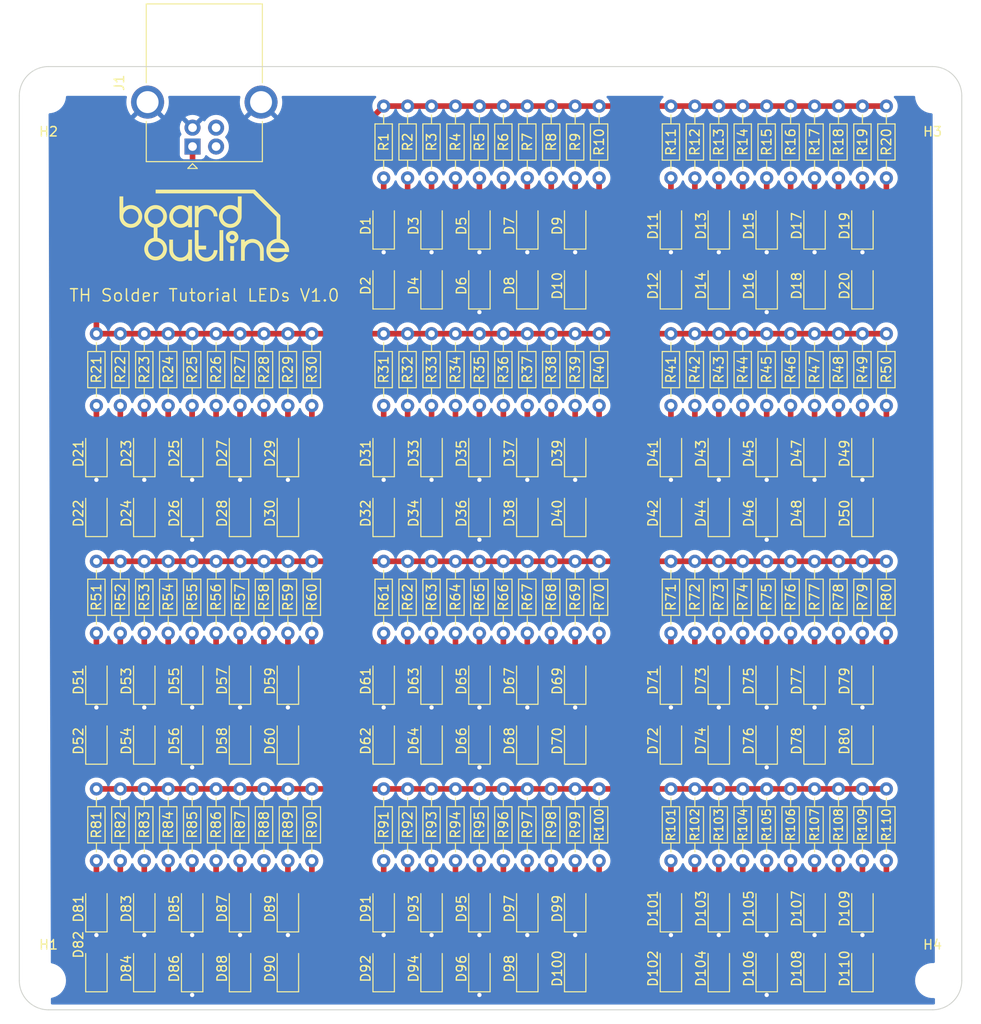
<source format=kicad_pcb>
(kicad_pcb (version 20221018) (generator pcbnew)
  (title_block (title "TH Solder Tutorial LEDs") (date "2024-05-25") (rev "V1.0"))
  (layers (0 "F.Cu" signal) (31 "B.Cu" signal) (34 "B.Paste" user) (35 "F.Paste" user) (36 "B.SilkS" user "B.Silkscreen") (37 "F.SilkS" user "F.Silkscreen") (38 "B.Mask" user) (39 "F.Mask" user) (44 "Edge.Cuts" user))
  (net 0 "")
  (net 1 "+5V")
  (net 2 "GND")
  (net 3 "Net-(D1-A)")
  (net 4 "Net-(D2-A)")
  (net 5 "Net-(D3-A)")
  (net 6 "Net-(D4-A)")
  (net 7 "Net-(D5-A)")
  (net 8 "Net-(D6-A)")
  (net 9 "Net-(D7-A)")
  (net 10 "Net-(D8-A)")
  (net 11 "Net-(D9-A)")
  (net 12 "Net-(D10-A)")
  (net 13 "Net-(D11-A)")
  (net 14 "Net-(D12-A)")
  (net 15 "Net-(D13-A)")
  (net 16 "Net-(D14-A)")
  (net 17 "Net-(D15-A)")
  (net 18 "Net-(D16-A)")
  (net 19 "Net-(D17-A)")
  (net 20 "Net-(D18-A)")
  (net 21 "Net-(D19-A)")
  (net 22 "Net-(D20-A)")
  (net 25 "Net-(D21-A)")
  (net 26 "Net-(D22-A)")
  (net 27 "Net-(D23-A)")
  (net 28 "Net-(D24-A)")
  (net 29 "Net-(D25-A)")
  (net 30 "Net-(D26-A)")
  (net 31 "Net-(D27-A)")
  (net 32 "Net-(D28-A)")
  (net 33 "Net-(D29-A)")
  (net 34 "Net-(D30-A)")
  (net 35 "Net-(D31-A)")
  (net 36 "Net-(D32-A)")
  (net 37 "Net-(D33-A)")
  (net 38 "Net-(D34-A)")
  (net 39 "Net-(D35-A)")
  (net 40 "Net-(D36-A)")
  (net 41 "Net-(D37-A)")
  (net 42 "Net-(D38-A)")
  (net 43 "Net-(D39-A)")
  (net 44 "Net-(D40-A)")
  (net 45 "Net-(D41-A)")
  (net 46 "Net-(D42-A)")
  (net 47 "Net-(D43-A)")
  (net 48 "Net-(D44-A)")
  (net 49 "Net-(D45-A)")
  (net 50 "Net-(D46-A)")
  (net 51 "Net-(D47-A)")
  (net 52 "Net-(D48-A)")
  (net 53 "Net-(D49-A)")
  (net 54 "Net-(D50-A)")
  (net 55 "Net-(D51-A)")
  (net 56 "Net-(D52-A)")
  (net 57 "Net-(D53-A)")
  (net 58 "Net-(D54-A)")
  (net 59 "Net-(D55-A)")
  (net 60 "Net-(D56-A)")
  (net 61 "Net-(D57-A)")
  (net 62 "Net-(D58-A)")
  (net 63 "Net-(D59-A)")
  (net 64 "Net-(D60-A)")
  (net 65 "Net-(D61-A)")
  (net 66 "Net-(D62-A)")
  (net 67 "Net-(D63-A)")
  (net 68 "Net-(D64-A)")
  (net 69 "Net-(D65-A)")
  (net 70 "Net-(D66-A)")
  (net 71 "Net-(D67-A)")
  (net 72 "Net-(D68-A)")
  (net 73 "Net-(D69-A)")
  (net 74 "Net-(D70-A)")
  (net 75 "Net-(D71-A)")
  (net 76 "Net-(D72-A)")
  (net 77 "Net-(D73-A)")
  (net 78 "Net-(D74-A)")
  (net 79 "Net-(D75-A)")
  (net 80 "Net-(D76-A)")
  (net 81 "Net-(D77-A)")
  (net 82 "Net-(D78-A)")
  (net 83 "Net-(D79-A)")
  (net 84 "Net-(D80-A)")
  (net 85 "Net-(D81-A)")
  (net 86 "Net-(D82-A)")
  (net 87 "Net-(D83-A)")
  (net 88 "Net-(D84-A)")
  (net 89 "Net-(D85-A)")
  (net 90 "Net-(D86-A)")
  (net 91 "Net-(D87-A)")
  (net 92 "Net-(D88-A)")
  (net 93 "Net-(D89-A)")
  (net 94 "Net-(D90-A)")
  (net 95 "Net-(D91-A)")
  (net 96 "Net-(D92-A)")
  (net 97 "Net-(D93-A)")
  (net 98 "Net-(D94-A)")
  (net 99 "Net-(D95-A)")
  (net 100 "Net-(D96-A)")
  (net 101 "Net-(D97-A)")
  (net 102 "Net-(D98-A)")
  (net 103 "Net-(D99-A)")
  (net 104 "Net-(D100-A)")
  (net 105 "Net-(D101-A)")
  (net 106 "Net-(D102-A)")
  (net 107 "Net-(D103-A)")
  (net 108 "Net-(D104-A)")
  (net 109 "Net-(D105-A)")
  (net 110 "Net-(D106-A)")
  (net 111 "Net-(D107-A)")
  (net 112 "Net-(D108-A)")
  (net 113 "Net-(D109-A)")
  (net 114 "Net-(D110-A)")
  (footprint "Resistor_THT:R_Axial_DIN0204_L3.6mm_D1.6mm_P7.62mm_Horizontal" (layer "F.Cu") (at 122.86 71.42 -90)
    (fp_text reference "R28")
    (fp_text value "220R")
  )
  (footprint "Resistor_THT:R_Axial_DIN0204_L3.6mm_D1.6mm_P7.62mm_Horizontal" (layer "F.Cu") (at 171.12 47.29 -90)
    (fp_text reference "R13")
    (fp_text value "220R")
  )
  (footprint "LED_SMD:LED_1206_3216Metric_Pad1.42x1.75mm_HandSolder" (layer "F.Cu") (at 166.04 132.38 90)
    (fp_text reference "D101")
    (fp_text value "LED")
  )
  (footprint "Resistor_THT:R_Axial_DIN0204_L3.6mm_D1.6mm_P7.62mm_Horizontal" (layer "F.Cu") (at 176.2 71.42 -90)
    (fp_text reference "R45")
    (fp_text value "220R")
  )
  (footprint "Resistor_THT:R_Axial_DIN0204_L3.6mm_D1.6mm_P7.62mm_Horizontal" (layer "F.Cu") (at 112.7 95.55 -90)
    (fp_text reference "R54")
    (fp_text value "220R")
  )
  (footprint "Resistor_THT:R_Axial_DIN0204_L3.6mm_D1.6mm_P7.62mm_Horizontal" (layer "F.Cu") (at 140.64 95.55 -90)
    (fp_text reference "R63")
    (fp_text value "220R")
  )
  (footprint "LED_SMD:LED_1206_3216Metric_Pad1.42x1.75mm_HandSolder" (layer "F.Cu") (at 171.12 90.47 90)
    (fp_text reference "D44")
    (fp_text value "LED")
  )
  (footprint "Resistor_THT:R_Axial_DIN0204_L3.6mm_D1.6mm_P7.62mm_Horizontal" (layer "F.Cu") (at 171.12 71.42 -90)
    (fp_text reference "R43")
    (fp_text value "220R")
  )
  (footprint "LED_SMD:LED_1206_3216Metric_Pad1.42x1.75mm_HandSolder" (layer "F.Cu") (at 145.72 108.25 90)
    (fp_text reference "D65")
    (fp_text value "LED")
  )
  (footprint "Resistor_THT:R_Axial_DIN0204_L3.6mm_D1.6mm_P7.62mm_Horizontal" (layer "F.Cu") (at 188.9 71.42 -90)
    (fp_text reference "R50")
    (fp_text value "220R")
  )
  (footprint "LED_SMD:LED_1206_3216Metric_Pad1.42x1.75mm_HandSolder" (layer "F.Cu") (at 150.8 84.12 90)
    (fp_text reference "D37")
    (fp_text value "LED")
  )
  (footprint "LED_SMD:LED_1206_3216Metric_Pad1.42x1.75mm_HandSolder" (layer "F.Cu") (at 166.04 66.34 90)
    (fp_text reference "D12")
    (fp_text value "LED")
  )
  (footprint "LED_SMD:LED_1206_3216Metric_Pad1.42x1.75mm_HandSolder" (layer "F.Cu") (at 155.88 114.6 90)
    (fp_text reference "D70")
    (fp_text value "LED")
  )
  (footprint "Resistor_THT:R_Axial_DIN0204_L3.6mm_D1.6mm_P7.62mm_Horizontal" (layer "F.Cu") (at 150.8 71.42 -90)
    (fp_text reference "R37")
    (fp_text value "220R")
  )
  (footprint "Resistor_THT:R_Axial_DIN0204_L3.6mm_D1.6mm_P7.62mm_Horizontal" (layer "F.Cu") (at 166.04 95.55 -90)
    (fp_text reference "R71")
    (fp_text value "220R")
  )
  (footprint "LED_SMD:LED_1206_3216Metric_Pad1.42x1.75mm_HandSolder" (layer "F.Cu") (at 125.4 132.38 90)
    (fp_text reference "D89")
    (fp_text value "LED")
  )
  (footprint "Resistor_THT:R_Axial_DIN0204_L3.6mm_D1.6mm_P7.62mm_Horizontal" (layer "F.Cu") (at 148.26 71.42 -90)
    (fp_text reference "R36")
    (fp_text value "220R")
  )
  (footprint "LED_SMD:LED_1206_3216Metric_Pad1.42x1.75mm_HandSolder" (layer "F.Cu") (at 150.8 66.34 90)
    (fp_text reference "D8")
    (fp_text value "LED")
  )
  (footprint "LED_SMD:LED_1206_3216Metric_Pad1.42x1.75mm_HandSolder" (layer "F.Cu") (at 115.24 132.38 90)
    (fp_text reference "D85")
    (fp_text value "LED")
  )
  (footprint "LED_SMD:LED_1206_3216Metric_Pad1.42x1.75mm_HandSolder" (layer "F.Cu") (at 176.2 132.38 90)
    (fp_text reference "D105")
    (fp_text value "LED")
  )
  (footprint "Resistor_THT:R_Axial_DIN0204_L3.6mm_D1.6mm_P7.62mm_Horizontal" (layer "F.Cu") (at 168.58 95.55 -90)
    (fp_text reference "R72")
    (fp_text value "220R")
  )
  (footprint "LED_SMD:LED_1206_3216Metric_Pad1.42x1.75mm_HandSolder" (layer "F.Cu") (at 110.16 84.12 90)
    (fp_text reference "D23")
    (fp_text value "LED")
  )
  (footprint "Resistor_THT:R_Axial_DIN0204_L3.6mm_D1.6mm_P7.62mm_Horizontal" (layer "F.Cu") (at 186.36 47.29 -90)
    (fp_text reference "R19")
    (fp_text value "220R")
  )
  (footprint "LED_SMD:LED_1206_3216Metric_Pad1.42x1.75mm_HandSolder" (layer "F.Cu") (at 155.88 90.47 90)
    (fp_text reference "D40")
    (fp_text value "LED")
  )
  (footprint "LED_SMD:LED_1206_3216Metric_Pad1.42x1.75mm_HandSolder" (layer "F.Cu") (at 115.24 114.6 90)
    (fp_text reference "D56")
    (fp_text value "LED")
  )
  (footprint "LED_SMD:LED_1206_3216Metric_Pad1.42x1.75mm_HandSolder" (layer "F.Cu") (at 171.12 59.99 90)
    (fp_text reference "D13")
    (fp_text value "LED")
  )
  (footprint "LED_SMD:LED_1206_3216Metric_Pad1.42x1.75mm_HandSolder" (layer "F.Cu") (at 125.4 108.25 90)
    (fp_text reference "D59")
    (fp_text value "LED")
  )
  (footprint "LED_SMD:LED_1206_3216Metric_Pad1.42x1.75mm_HandSolder" (layer "F.Cu") (at 140.64 138.73 90)
    (fp_text reference "D94")
    (fp_text value "LED")
  )
  (footprint "Resistor_THT:R_Axial_DIN0204_L3.6mm_D1.6mm_P7.62mm_Horizontal" (layer "F.Cu") (at 115.24 119.68 -90)
    (fp_text reference "R85")
    (fp_text value "220R")
  )
  (footprint "LED_SMD:LED_1206_3216Metric_Pad1.42x1.75mm_HandSolder" (layer "F.Cu") (at 145.72 59.99 90)
    (fp_text reference "D5")
    (fp_text value "LED")
  )
  (footprint "Resistor_THT:R_Axial_DIN0204_L3.6mm_D1.6mm_P7.62mm_Horizontal" (layer "F.Cu") (at 107.62 95.55 -90)
    (fp_text reference "R52")
    (fp_text value "220R")
  )
  (footprint "LED_SMD:LED_1206_3216Metric_Pad1.42x1.75mm_HandSolder" (layer "F.Cu") (at 171.12 114.6 90)
    (fp_text reference "D74")
    (fp_text value "LED")
  )
  (footprint "Resistor_THT:R_Axial_DIN0204_L3.6mm_D1.6mm_P7.62mm_Horizontal" (layer "F.Cu") (at 155.88 47.29 -90)
    (fp_text reference "R9")
    (fp_text value "220R")
  )
  (footprint "Resistor_THT:R_Axial_DIN0204_L3.6mm_D1.6mm_P7.62mm_Horizontal" (layer "F.Cu") (at 107.62 71.42 -90)
    (fp_text reference "R22")
    (fp_text value "220R")
  )
  (footprint "LED_SMD:LED_1206_3216Metric_Pad1.42x1.75mm_HandSolder" (layer "F.Cu") (at 155.88 132.38 90)
    (fp_text reference "D99")
    (fp_text value "LED")
  )
  (footprint "Resistor_THT:R_Axial_DIN0204_L3.6mm_D1.6mm_P7.62mm_Horizontal" (layer "F.Cu") (at 127.94 95.55 -90)
    (fp_text reference "R60")
    (fp_text value "220R")
  )
  (footprint "LED_SMD:LED_1206_3216Metric_Pad1.42x1.75mm_HandSolder" (layer "F.Cu") (at 155.88 84.12 90)
    (fp_text reference "D39")
    (fp_text value "LED")
  )
  (footprint "Resistor_THT:R_Axial_DIN0204_L3.6mm_D1.6mm_P7.62mm_Horizontal" (layer "F.Cu") (at 176.2 95.55 -90)
    (fp_text reference "R75")
    (fp_text value "220R")
  )
  (footprint "LED_SMD:LED_1206_3216Metric_Pad1.42x1.75mm_HandSolder" (layer "F.Cu") (at 115.24 84.12 90)
    (fp_text reference "D25")
    (fp_text value "LED")
  )
  (footprint "LED_SMD:LED_1206_3216Metric_Pad1.42x1.75mm_HandSolder" (layer "F.Cu") (at 115.24 138.73 90)
    (fp_text reference "D86")
    (fp_text value "LED")
  )
  (footprint "Resistor_THT:R_Axial_DIN0204_L3.6mm_D1.6mm_P7.62mm_Horizontal" (layer "F.Cu") (at 105.08 119.68 -90)
    (fp_text reference "R81")
    (fp_text value "220R")
  )
  (footprint "LED_SMD:LED_1206_3216Metric_Pad1.42x1.75mm_HandSolder" (layer "F.Cu") (at 186.36 59.99 90)
    (fp_text reference "D19")
    (fp_text value "LED")
  )
  (footprint "LED_SMD:LED_1206_3216Metric_Pad1.42x1.75mm_HandSolder" (layer "F.Cu") (at 181.28 138.73 90)
    (fp_text reference "D108")
    (fp_text value "LED")
  )
  (footprint "LED_SMD:LED_1206_3216Metric_Pad1.42x1.75mm_HandSolder" (layer "F.Cu") (at 110.16 132.38 90)
    (fp_text reference "D83")
    (fp_text value "LED")
  )
  (footprint "LED_SMD:LED_1206_3216Metric_Pad1.42x1.75mm_HandSolder" (layer "F.Cu") (at 120.32 84.12 90)
    (fp_text reference "D27")
    (fp_text value "LED")
  )
  (footprint "Resistor_THT:R_Axial_DIN0204_L3.6mm_D1.6mm_P7.62mm_Horizontal" (layer "F.Cu") (at 188.9 95.55 -90)
    (fp_text reference "R80")
    (fp_text value "220R")
  )
  (footprint "Resistor_THT:R_Axial_DIN0204_L3.6mm_D1.6mm_P7.62mm_Horizontal" (layer "F.Cu") (at 181.28 47.29 -90)
    (fp_text reference "R17")
    (fp_text value "220R")
  )
  (footprint "Resistor_THT:R_Axial_DIN0204_L3.6mm_D1.6mm_P7.62mm_Horizontal" (layer "F.Cu") (at 125.4 119.68 -90)
    (fp_text reference "R89")
    (fp_text value "220R")
  )
  (footprint "Resistor_THT:R_Axial_DIN0204_L3.6mm_D1.6mm_P7.62mm_Horizontal" (layer "F.Cu") (at 138.1 71.42 -90)
    (fp_text reference "R32")
    (fp_text value "220R")
  )
  (footprint "Resistor_THT:R_Axial_DIN0204_L3.6mm_D1.6mm_P7.62mm_Horizontal" (layer "F.Cu") (at 176.2 119.68 -90)
    (fp_text reference "R105")
    (fp_text value "220R")
  )
  (footprint "Resistor_THT:R_Axial_DIN0204_L3.6mm_D1.6mm_P7.62mm_Horizontal" (layer "F.Cu") (at 173.66 95.55 -90)
    (fp_text reference "R74")
    (fp_text value "220R")
  )
  (footprint "Resistor_THT:R_Axial_DIN0204_L3.6mm_D1.6mm_P7.62mm_Horizontal" (layer "F.Cu") (at 138.1 119.68 -90)
    (fp_text reference "R92")
    (fp_text value "220R")
  )
  (footprint "LED_SMD:LED_1206_3216Metric_Pad1.42x1.75mm_HandSolder" (layer "F.Cu") (at 120.32 138.73 90)
    (fp_text reference "D88")
    (fp_text value "LED")
  )
  (footprint "Resistor_THT:R_Axial_DIN0204_L3.6mm_D1.6mm_P7.62mm_Horizontal" (layer "F.Cu") (at 153.34 71.42 -90)
    (fp_text reference "R38")
    (fp_text value "220R")
  )
  (footprint "Resistor_THT:R_Axial_DIN0204_L3.6mm_D1.6mm_P7.62mm_Horizontal" (layer "F.Cu") (at 186.36 95.55 -90)
    (fp_text reference "R79")
    (fp_text value "220R")
  )
  (footprint "LED_SMD:LED_1206_3216Metric_Pad1.42x1.75mm_HandSolder" (layer "F.Cu") (at 171.12 108.25 90)
    (fp_text reference "D73")
    (fp_text value "LED")
  )
  (footprint "LED_SMD:LED_1206_3216Metric_Pad1.42x1.75mm_HandSolder" (layer "F.Cu") (at 140.64 59.99 90)
    (fp_text reference "D3")
    (fp_text value "LED")
  )
  (footprint "MountingHole:MountingHole_3.2mm_M3_DIN965" (layer "F.Cu") (at 100 46.2)
    (fp_text reference "H2")
    (fp_text value "MountingHole")
  )
  (footprint "LED_SMD:LED_1206_3216Metric_Pad1.42x1.75mm_HandSolder" (layer "F.Cu") (at 186.36 90.47 90)
    (fp_text reference "D50")
    (fp_text value "LED")
  )
  (footprint "LED_SMD:LED_1206_3216Metric_Pad1.42x1.75mm_HandSolder" (layer "F.Cu") (at 135.56 132.38 90)
    (fp_text reference "D91")
    (fp_text value "LED")
  )
  (footprint "LED_SMD:LED_1206_3216Metric_Pad1.42x1.75mm_HandSolder" (layer "F.Cu") (at 105.08 84.12 90)
    (fp_text reference "D21")
    (fp_text value "LED")
  )
  (footprint "LED_SMD:LED_1206_3216Metric_Pad1.42x1.75mm_HandSolder" (layer "F.Cu") (at 166.04 108.25 90)
    (fp_text reference "D71")
    (fp_text value "LED")
  )
  (footprint "Resistor_THT:R_Axial_DIN0204_L3.6mm_D1.6mm_P7.62mm_Horizontal" (layer "F.Cu") (at 110.16 71.42 -90)
    (fp_text reference "R23")
    (fp_text value "220R")
  )
  (footprint "Resistor_THT:R_Axial_DIN0204_L3.6mm_D1.6mm_P7.62mm_Horizontal" (layer "F.Cu") (at 166.04 47.29 -90)
    (fp_text reference "R11")
    (fp_text value "220R")
  )
  (footprint "Resistor_THT:R_Axial_DIN0204_L3.6mm_D1.6mm_P7.62mm_Horizontal" (layer "F.Cu") (at 183.82 95.55 -90)
    (fp_text reference "R78")
    (fp_text value "220R")
  )
  (footprint "Resistor_THT:R_Axial_DIN0204_L3.6mm_D1.6mm_P7.62mm_Horizontal" (layer "F.Cu") (at 117.78 95.55 -90)
    (fp_text reference "R56")
    (fp_text value "220R")
  )
  (footprint "Resistor_THT:R_Axial_DIN0204_L3.6mm_D1.6mm_P7.62mm_Horizontal" (layer "F.Cu") (at 181.28 71.42 -90)
    (fp_text reference "R47")
    (fp_text value "220R")
  )
  (footprint "LED_SMD:LED_1206_3216Metric_Pad1.42x1.75mm_HandSolder" (layer "F.Cu") (at 120.32 132.38 90)
    (fp_text reference "D87")
    (fp_text value "LED")
  )
  (footprint "Resistor_THT:R_Axial_DIN0204_L3.6mm_D1.6mm_P7.62mm_Horizontal" (layer "F.Cu") (at 188.9 119.68 -90)
    (fp_text reference "R110")
    (fp_text value "220R")
  )
  (footprint "LED_SMD:LED_1206_3216Metric_Pad1.42x1.75mm_HandSolder" (layer "F.Cu") (at 155.88 138.73 90)
    (fp_text reference "D100")
    (fp_text value "LED")
  )
  (footprint "LED_SMD:LED_1206_3216Metric_Pad1.42x1.75mm_HandSolder" (layer "F.Cu") (at 150.8 138.73 90)
    (fp_text reference "D98")
    (fp_text value "LED")
  )
  (footprint "Resistor_THT:R_Axial_DIN0204_L3.6mm_D1.6mm_P7.62mm_Horizontal" (layer "F.Cu") (at 148.26 95.55 -90)
    (fp_text reference "R66")
    (fp_text value "220R")
  )
  (footprint "LED_SMD:LED_1206_3216Metric_Pad1.42x1.75mm_HandSolder" (layer "F.Cu") (at 186.36 66.34 90)
    (fp_text reference "D20")
    (fp_text value "LED")
  )
  (footprint "LED_SMD:LED_1206_3216Metric_Pad1.42x1.75mm_HandSolder" (layer "F.Cu") (at 150.8 114.6 90)
    (fp_text reference "D68")
    (fp_text value "LED")
  )
  (footprint "LED_SMD:LED_1206_3216Metric_Pad1.42x1.75mm_HandSolder" (layer "F.Cu") (at 166.04 138.73 90)
    (fp_text reference "D102")
    (fp_text value "LED")
  )
  (footprint "Resistor_THT:R_Axial_DIN0204_L3.6mm_D1.6mm_P7.62mm_Horizontal" (layer "F.Cu") (at 155.88 119.68 -90)
    (fp_text reference "R99")
    (fp_text value "220R")
  )
  (footprint "LED_SMD:LED_1206_3216Metric_Pad1.42x1.75mm_HandSolder" (layer "F.Cu") (at 181.28 84.12 90)
    (fp_text reference "D47")
    (fp_text value "LED")
  )
  (footprint "LED_SMD:LED_1206_3216Metric_Pad1.42x1.75mm_HandSolder" (layer "F.Cu") (at 166.04 84.12 90)
    (fp_text reference "D41")
    (fp_text value "LED")
  )
  (footprint "Resistor_THT:R_Axial_DIN0204_L3.6mm_D1.6mm_P7.62mm_Horizontal" (layer "F.Cu") (at 176.2 47.29 -90)
    (fp_text reference "R15")
    (fp_text value "220R")
  )
  (footprint "LED_SMD:LED_1206_3216Metric_Pad1.42x1.75mm_HandSolder" (layer "F.Cu") (at 155.88 108.25 90)
    (fp_text reference "D69")
    (fp_text value "LED")
  )
  (footprint "LED_SMD:LED_1206_3216Metric_Pad1.42x1.75mm_HandSolder" (layer "F.Cu") (at 105.08 108.25 90)
    (fp_text reference "D51")
    (fp_text value "LED")
  )
  (footprint "Resistor_THT:R_Axial_DIN0204_L3.6mm_D1.6mm_P7.62mm_Horizontal" (layer "F.Cu") (at 166.04 119.68 -90)
    (fp_text reference "R101")
    (fp_text value "220R")
  )
  (footprint "Resistor_THT:R_Axial_DIN0204_L3.6mm_D1.6mm_P7.62mm_Horizontal" (layer "F.Cu") (at 173.66 119.68 -90)
    (fp_text reference "R104")
    (fp_text value "220R")
  )
  (footprint "Resistor_THT:R_Axial_DIN0204_L3.6mm_D1.6mm_P7.62mm_Horizontal" (layer "F.Cu") (at 171.12 95.55 -90)
    (fp_text reference "R73")
    (fp_text value "220R")
  )
  (footprint "LED_SMD:LED_1206_3216Metric_Pad1.42x1.75mm_HandSolder" (layer "F.Cu") (at 140.64 90.47 90)
    (fp_text reference "D34")
    (fp_text value "LED")
  )
  (footprint "LED_SMD:LED_1206_3216Metric_Pad1.42x1.75mm_HandSolder" (layer "F.Cu") (at 135.56 114.6 90)
    (fp_text reference "D62")
    (fp_text value "LED")
  )
  (footprint "Resistor_THT:R_Axial_DIN0204_L3.6mm_D1.6mm_P7.62mm_Horizontal" (layer "F.Cu") (at 140.64 71.42 -90)
    (fp_text reference "R33")
    (fp_text value "220R")
  )
  (footprint "LED_SMD:LED_1206_3216Metric_Pad1.42x1.75mm_HandSolder" (layer "F.Cu") (at 145.72 132.38 90)
    (fp_text reference "D95")
    (fp_text value "LED")
  )
  (footprint "Resistor_THT:R_Axial_DIN0204_L3.6mm_D1.6mm_P7.62mm_Horizontal" (layer "F.Cu") (at 168.58 119.68 -90)
    (fp_text reference "R102")
    (fp_text value "220R")
  )
  (footprint "LED_SMD:LED_1206_3216Metric_Pad1.42x1.75mm_HandSolder" (layer "F.Cu") (at 135.56 138.73 90)
    (fp_text reference "D92")
    (fp_text value "LED")
  )
  (footprint "Resistor_THT:R_Axial_DIN0204_L3.6mm_D1.6mm_P7.62mm_Horizontal" (layer "F.Cu") (at 117.78 119.68 -90)
    (fp_text reference "R86")
    (fp_text value "220R")
  )
  (footprint "LED_SMD:LED_1206_3216Metric_Pad1.42x1.75mm_HandSolder" (layer "F.Cu") (at 166.04 90.47 90)
    (fp_text reference "D42")
    (fp_text value "LED")
  )
  (footprint "LED_SMD:LED_1206_3216Metric_Pad1.42x1.75mm_HandSolder" (layer "F.Cu") (at 140.64 114.6 90)
    (fp_text reference "D64")
    (fp_text value "LED")
  )
  (footprint "Resistor_THT:R_Axial_DIN0204_L3.6mm_D1.6mm_P7.62mm_Horizontal" (layer "F.Cu") (at 166.04 71.42 -90)
    (fp_text reference "R41")
    (fp_text value "220R")
  )
  (footprint "Resistor_THT:R_Axial_DIN0204_L3.6mm_D1.6mm_P7.62mm_Horizontal" (layer "F.Cu") (at 127.94 71.42 -90)
    (fp_text reference "R30")
    (fp_text value "220R")
  )
  (footprint "Resistor_THT:R_Axial_DIN0204_L3.6mm_D1.6mm_P7.62mm_Horizontal" (layer "F.Cu") (at 120.32 119.68 -90)
    (fp_text reference "R87")
    (fp_text value "220R")
  )
  (footprint "LED_SMD:LED_1206_3216Metric_Pad1.42x1.75mm_HandSolder" (layer "F.Cu") (at 176.2 66.34 90)
    (fp_text reference "D16")
    (fp_text value "LED")
  )
  (footprint "LED_SMD:LED_1206_3216Metric_Pad1.42x1.75mm_HandSolder" (layer "F.Cu") (at 140.64 108.25 90)
    (fp_text reference "D63")
    (fp_text value "LED")
  )
  (footprint "Resistor_THT:R_Axial_DIN0204_L3.6mm_D1.6mm_P7.62mm_Horizontal" (layer "F.Cu") (at 143.18 47.29 -90)
    (fp_text reference "R4")
    (fp_text value "220R")
  )
  (footprint "LED_SMD:LED_1206_3216Metric_Pad1.42x1.75mm_HandSolder" (layer "F.Cu") (at 171.12 138.73 90)
    (fp_text reference "D104")
    (fp_text value "LED")
  )
  (footprint "LED_SMD:LED_1206_3216Metric_Pad1.42x1.75mm_HandSolder" (layer "F.Cu") (at 186.36 114.6 90)
    (fp_text reference "D80")
    (fp_text value "LED")
  )
  (footprint "LED_SMD:LED_1206_3216Metric_Pad1.42x1.75mm_HandSolder" (layer "F.Cu") (at 140.64 132.38 90)
    (fp_text reference "D93")
    (fp_text value "LED")
  )
  (footprint "LED_SMD:LED_1206_3216Metric_Pad1.42x1.75mm_HandSolder" (layer "F.Cu") (at 140.64 66.34 90)
    (fp_text reference "D4")
    (fp_text value "LED")
  )
  (footprint "LED_SMD:LED_1206_3216Metric_Pad1.42x1.75mm_HandSolder" (layer "F.Cu") (at 166.04 59.99 90)
    (fp_text reference "D11")
    (fp_text value "LED")
  )
  (footprint "LED_SMD:LED_1206_3216Metric_Pad1.42x1.75mm_HandSolder" (layer "F.Cu") (at 171.12 132.38 90)
    (fp_text reference "D103")
    (fp_text value "LED")
  )
  (footprint "LED_SMD:LED_1206_3216Metric_Pad1.42x1.75mm_HandSolder" (layer "F.Cu") (at 105.08 114.6 90)
    (fp_text reference "D52")
    (fp_text value "LED")
  )
  (footprint "Resistor_THT:R_Axial_DIN0204_L3.6mm_D1.6mm_P7.62mm_Horizontal" (layer "F.Cu") (at 125.4 95.55 -90)
    (fp_text reference "R59")
    (fp_text value "220R")
  )
  (footprint "LED_SMD:LED_1206_3216Metric_Pad1.42x1.75mm_HandSolder" (layer "F.Cu") (at 140.64 84.12 90)
    (fp_text reference "D33")
    (fp_text value "LED")
  )
  (footprint "LED_SMD:LED_1206_3216Metric_Pad1.42x1.75mm_HandSolder" (layer "F.Cu") (at 181.28 132.38 90)
    (fp_text reference "D107")
    (fp_text value "LED")
  )
  (footprint "Resistor_THT:R_Axial_DIN0204_L3.6mm_D1.6mm_P7.62mm_Horizontal" (layer "F.Cu") (at 178.74 95.55 -90)
    (fp_text reference "R76")
    (fp_text value "220R")
  )
  (footprint "Resistor_THT:R_Axial_DIN0204_L3.6mm_D1.6mm_P7.62mm_Horizontal" (layer "F.Cu") (at 168.58 71.42 -90)
    (fp_text reference "R42")
    (fp_text value "220R")
  )
  (footprint "Resistor_THT:R_Axial_DIN0204_L3.6mm_D1.6mm_P7.62mm_Horizontal" (layer "F.Cu") (at 117.78 71.42 -90)
    (fp_text reference "R26")
    (fp_text value "220R")
  )
  (footprint "LED_SMD:LED_1206_3216Metric_Pad1.42x1.75mm_HandSolder" (layer "F.Cu") (at 155.88 59.99 90)
    (fp_text reference "D9")
    (fp_text value "LED")
  )
  (footprint "Resistor_THT:R_Axial_DIN0204_L3.6mm_D1.6mm_P7.62mm_Horizontal" (layer "F.Cu") (at 110.16 95.55 -90)
    (fp_text reference "R53")
    (fp_text value "220R")
  )
  (footprint "Resistor_THT:R_Axial_DIN0204_L3.6mm_D1.6mm_P7.62mm_Horizontal" (layer "F.Cu") (at 135.56 47.29 -90)
    (fp_text reference "R1")
    (fp_text value "220R")
  )
  (footprint "Resistor_THT:R_Axial_DIN0204_L3.6mm_D1.6mm_P7.62mm_Horizontal" (layer "F.Cu") (at 138.1 47.29 -90)
    (fp_text reference "R2")
    (fp_text value "220R")
  )
  (footprint "MountingHole:MountingHole_3.2mm_M3_DIN965" (layer "F.Cu") (at 193.8 46.2)
    (fp_text reference "H3")
    (fp_text value "MountingHole")
  )
  (footprint "LED_SMD:LED_1206_3216Metric_Pad1.42x1.75mm_HandSolder" (layer "F.Cu") (at 145.72 84.12 90)
    (fp_text reference "D35")
    (fp_text value "LED")
  )
  (footprint "LED_SMD:LED_1206_3216Metric_Pad1.42x1.75mm_HandSolder" (layer "F.Cu") (at 105.08 138.73 90)
    (fp_text reference "D82")
    (fp_text value "LED")
  )
  (footprint "LED_SMD:LED_1206_3216Metric_Pad1.42x1.75mm_HandSolder" (layer "F.Cu") (at 176.2 84.12 90)
    (fp_text reference "D45")
    (fp_text value "LED")
  )
  (footprint "Resistor_THT:R_Axial_DIN0204_L3.6mm_D1.6mm_P7.62mm_Horizontal" (layer "F.Cu") (at 186.36 119.68 -90)
    (fp_text reference "R109")
    (fp_text value "220R")
  )
  (footprint "Resistor_THT:R_Axial_DIN0204_L3.6mm_D1.6mm_P7.62mm_Horizontal" (layer "F.Cu") (at 143.18 119.68 -90)
    (fp_text reference "R94")
    (fp_text value "220R")
  )
  (footprint "Resistor_THT:R_Axial_DIN0204_L3.6mm_D1.6mm_P7.62mm_Horizontal" (layer "F.Cu") (at 105.08 71.42 -90)
    (fp_text reference "R21")
    (fp_text value "220R")
  )
  (footprint "Resistor_THT:R_Axial_DIN0204_L3.6mm_D1.6mm_P7.62mm_Horizontal" (layer "F.Cu") (at 125.4 71.42 -90)
    (fp_text reference "R29")
    (fp_text value "220R")
  )
  (footprint "LED_SMD:LED_1206_3216Metric_Pad1.42x1.75mm_HandSolder" (layer "F.Cu") (at 120.32 108.25 90)
    (fp_text reference "D57")
    (fp_text value "LED")
  )
  (footprint "Resistor_THT:R_Axial_DIN0204_L3.6mm_D1.6mm_P7.62mm_Horizontal" (layer "F.Cu") (at 183.82 47.29 -90)
    (fp_text reference "R18")
    (fp_text value "220R")
  )
  (footprint "Resistor_THT:R_Axial_DIN0204_L3.6mm_D1.6mm_P7.62mm_Horizontal" (layer "F.Cu") (at 135.56 71.42 -90)
    (fp_text reference "R31")
    (fp_text value "220R")
  )
  (footprint "LED_SMD:LED_1206_3216Metric_Pad1.42x1.75mm_HandSolder" (layer "F.Cu") (at 181.28 66.34 90)
    (fp_text reference "D18")
    (fp_text value "LED")
  )
  (footprint "LED_SMD:LED_1206_3216Metric_Pad1.42x1.75mm_HandSolder" (layer "F.Cu") (at 110.16 114.6 90)
    (fp_text reference "D54")
    (fp_text value "LED")
  )
  (footprint "LED_SMD:LED_1206_3216Metric_Pad1.42x1.75mm_HandSolder" (layer "F.Cu") (at 181.28 108.25 90)
    (fp_text reference "D77")
    (fp_text value "LED")
  )
  (footprint "Resistor_THT:R_Axial_DIN0204_L3.6mm_D1.6mm_P7.62mm_Horizontal" (layer "F.Cu") (at 122.86 119.68 -90)
    (fp_text reference "R88")
    (fp_text value "220R")
  )
  (footprint "LED_SMD:LED_1206_3216Metric_Pad1.42x1.75mm_HandSolder" (layer "F.Cu") (at 105.08 90.47 90)
    (fp_text reference "D22")
    (fp_text value "LED")
  )
  (footprint "Resistor_THT:R_Axial_DIN0204_L3.6mm_D1.6mm_P7.62mm_Horizontal" (layer "F.Cu") (at 178.74 71.42 -90)
    (fp_text reference "R46")
    (fp_text value "220R")
  )
  (footprint "LED_SMD:LED_1206_3216Metric_Pad1.42x1.75mm_HandSolder" (layer "F.Cu") (at 150.8 132.38 90)
    (fp_text reference "D97")
    (fp_text value "LED")
  )
  (footprint "LED_SMD:LED_1206_3216Metric_Pad1.42x1.75mm_HandSolder" (layer "F.Cu") (at 150.8 108.25 90)
    (fp_text reference "D67")
    (fp_text value "LED")
  )
  (footprint "MountingHole:MountingHole_3.2mm_M3_DIN965" (layer "F.Cu") (at 100 140)
    (fp_text reference "H1")
    (fp_text value "MountingHole")
  )
  (footprint "LED_SMD:LED_1206_3216Metric_Pad1.42x1.75mm_HandSolder" (layer "F.Cu") (at 176.2 59.99 90)
    (fp_text reference "D15")
    (fp_text value "LED")
  )
  (footprint "Connector_USB:USB_B_OST_USB-B1HSxx_Horizontal" (layer "F.Cu") (at 115.28 51.5775 90)
    (fp_text reference "J1")
    (fp_text value "USB_B")
  )
  (footprint "Resistor_THT:R_Axial_DIN0204_L3.6mm_D1.6mm_P7.62mm_Horizontal" (layer "F.Cu") (at 135.56 119.68 -90)
    (fp_text reference "R91")
    (fp_text value "220R")
  )
  (footprint "MountingHole:MountingHole_3.2mm_M3_DIN965" (layer "F.Cu") (at 193.8 140)
    (fp_text reference "H4")
    (fp_text value "MountingHole")
  )
  (footprint "Resistor_THT:R_Axial_DIN0204_L3.6mm_D1.6mm_P7.62mm_Horizontal" (layer "F.Cu") (at 115.24 71.42 -90)
    (fp_text reference "R25")
    (fp_text value "220R")
  )
  (footprint "Resistor_THT:R_Axial_DIN0204_L3.6mm_D1.6mm_P7.62mm_Horizontal" (layer "F.Cu") (at 155.88 71.42 -90)
    (fp_text reference "R39")
    (fp_text value "220R")
  )
  (footprint "LED_SMD:LED_1206_3216Metric_Pad1.42x1.75mm_HandSolder" (layer "F.Cu") (at 105.08 132.38 90)
    (fp_text reference "D81")
    (fp_text value "LED")
  )
  (footprint "LED_SMD:LED_1206_3216Metric_Pad1.42x1.75mm_HandSolder" (layer "F.Cu") (at 115.24 90.47 90)
    (fp_text reference "D26")
    (fp_text value "LED")
  )
  (footprint "LED_SMD:LED_1206_3216Metric_Pad1.42x1.75mm_HandSolder" (layer "F.Cu") (at 181.28 59.99 90)
    (fp_text reference "D17")
    (fp_text value "LED")
  )
  (footprint "Resistor_THT:R_Axial_DIN0204_L3.6mm_D1.6mm_P7.62mm_Horizontal" (layer "F.Cu") (at 181.28 95.55 -90)
    (fp_text reference "R77")
    (fp_text value "220R")
  )
  (footprint "Resistor_THT:R_Axial_DIN0204_L3.6mm_D1.6mm_P7.62mm_Horizontal" (layer "F.Cu") (at 140.64 119.68 -90)
    (fp_text reference "R93")
    (fp_text value "220R")
  )
  (footprint "Resistor_THT:R_Axial_DIN0204_L3.6mm_D1.6mm_P7.62mm_Horizontal" (layer "F.Cu") (at 145.72 71.42 -90)
    (fp_text reference "R35")
    (fp_text value "220R")
  )
  (footprint "Resistor_THT:R_Axial_DIN0204_L3.6mm_D1.6mm_P7.62mm_Horizontal" (layer "F.Cu") (at 173.66 47.29 -90)
    (fp_text reference "R14")
    (fp_text value "220R")
  )
  (footprint "LED_SMD:LED_1206_3216Metric_Pad1.42x1.75mm_HandSolder" (layer "F.Cu") (at 110.16 108.25 90)
    (fp_text reference "D53")
    (fp_text value "LED")
  )
  (footprint "LED_SMD:LED_1206_3216Metric_Pad1.42x1.75mm_HandSolder" (layer "F.Cu") (at 171.12 66.34 90)
    (fp_text reference "D14")
    (fp_text value "LED")
  )
  (footprint "LED_SMD:LED_1206_3216Metric_Pad1.42x1.75mm_HandSolder" (layer "F.Cu") (at 186.36 108.25 90)
    (fp_text reference "D79")
    (fp_text value "LED")
  )
  (footprint "Resistor_THT:R_Axial_DIN0204_L3.6mm_D1.6mm_P7.62mm_Horizontal" (layer "F.Cu") (at 158.42 71.42 -90)
    (fp_text reference "R40")
    (fp_text value "220R")
  )
  (footprint "Resistor_THT:R_Axial_DIN0204_L3.6mm_D1.6mm_P7.62mm_Horizontal" (layer "F.Cu") (at 112.7 71.42 -90)
    (fp_text reference "R24")
    (fp_text value "220R")
  )
  (footprint "Resistor_THT:R_Axial_DIN0204_L3.6mm_D1.6mm_P7.62mm_Horizontal" (layer "F.Cu") (at 145.72 47.29 -90)
    (fp_text reference "R5")
    (fp_text value "220R")
  )
  (footprint "Resistor_THT:R_Axial_DIN0204_L3.6mm_D1.6mm_P7.62mm_Horizontal" (layer "F.Cu") (at 155.88 95.55 -90)
    (fp_text reference "R69")
    (fp_text value "220R")
  )
  (footprint "LED_SMD:LED_1206_3216Metric_Pad1.42x1.75mm_HandSolder" (layer "F.Cu") (at 176.2 114.6 90)
    (fp_text reference "D76")
    (fp_text value "LED")
  )
  (footprint "Resistor_THT:R_Axial_DIN0204_L3.6mm_D1.6mm_P7.62mm_Horizontal" (layer "F.Cu") (at 145.72 95.55 -90)
    (fp_text reference "R65")
    (fp_text value "220R")
  )
  (footprint "LED_SMD:LED_1206_3216Metric_Pad1.42x1.75mm_HandSolder" (layer "F.Cu") (at 135.56 59.99 90)
    (fp_text reference "D1")
    (fp_text value "LED")
  )
  (footprint "LED_SMD:LED_1206_3216Metric_Pad1.42x1.75mm_HandSolder" (layer "F.Cu") (at 120.32 90.47 90)
    (fp_text reference "D28")
    (fp_text value "LED")
  )
  (footprint "Resistor_THT:R_Axial_DIN0204_L3.6mm_D1.6mm_P7.62mm_Horizontal" (layer "F.Cu") (at 150.8 95.55 -90)
    (fp_text reference "R67")
    (fp_text value "220R")
  )
  (footprint "LED_SMD:LED_1206_3216Metric_Pad1.42x1.75mm_HandSolder" (layer "F.Cu") (at 171.12 84.12 90)
    (fp_text reference "D43")
    (fp_text value "LED")
  )
  (footprint "Resistor_THT:R_Axial_DIN0204_L3.6mm_D1.6mm_P7.62mm_Horizontal" (layer "F.Cu") (at 158.42 95.55 -90)
    (fp_text reference "R70")
    (fp_text value "220R")
  )
  (footprint "Resistor_THT:R_Axial_DIN0204_L3.6mm_D1.6mm_P7.62mm_Horizontal" (layer "F.Cu") (at 158.42 47.29 -90)
    (fp_text reference "R10")
    (fp_text value "220R")
  )
  (footprint "LED_SMD:LED_1206_3216Metric_Pad1.42x1.75mm_HandSolder" (layer "F.Cu") (at 186.36 132.38 90)
    (fp_text reference "D109")
    (fp_text value "LED")
  )
  (footprint "Resistor_THT:R_Axial_DIN0204_L3.6mm_D1.6mm_P7.62mm_Horizontal" (layer "F.Cu") (at 171.12 119.68 -90)
    (fp_text reference "R103")
    (fp_text value "220R")
  )
  (footprint "Resistor_THT:R_Axial_DIN0204_L3.6mm_D1.6mm_P7.62mm_Horizontal" (layer "F.Cu") (at 120.32 71.42 -90)
    (fp_text reference "R27")
    (fp_text value "220R")
  )
  (footprint "LED_SMD:LED_1206_3216Metric_Pad1.42x1.75mm_HandSolder" (layer "F.Cu") (at 110.16 90.47 90)
    (fp_text reference "D24")
    (fp_text value "LED")
  )
  (footprint "Resistor_THT:R_Axial_DIN0204_L3.6mm_D1.6mm_P7.62mm_Horizontal" (layer "F.Cu") (at 183.82 71.42 -90)
    (fp_text reference "R48")
    (fp_text value "220R")
  )
  (footprint "LED_SMD:LED_1206_3216Metric_Pad1.42x1.75mm_HandSolder" (layer "F.Cu") (at 135.56 90.47 90)
    (fp_text reference "D32")
    (fp_text value "LED")
  )
  (footprint "Resistor_THT:R_Axial_DIN0204_L3.6mm_D1.6mm_P7.62mm_Horizontal" (layer "F.Cu") (at 115.24 95.55 -90)
    (fp_text reference "R55")
    (fp_text value "220R")
  )
  (footprint "LED_SMD:LED_1206_3216Metric_Pad1.42x1.75mm_HandSolder" (layer "F.Cu") (at 135.56 84.12 90)
    (fp_text reference "D31")
    (fp_text value "LED")
  )
  (footprint "Resistor_THT:R_Axial_DIN0204_L3.6mm_D1.6mm_P7.62mm_Horizontal" (layer "F.Cu") (at 153.34 119.68 -90)
    (fp_text reference "R98")
    (fp_text value "220R")
  )
  (footprint "Resistor_THT:R_Axial_DIN0204_L3.6mm_D1.6mm_P7.62mm_Horizontal" (layer "F.Cu") (at 138.1 95.55 -90)
    (fp_text reference "R62")
    (fp_text value "220R")
  )
  (footprint "Resistor_THT:R_Axial_DIN0204_L3.6mm_D1.6mm_P7.62mm_Horizontal" (layer "F.Cu") (at 183.82 119.68 -90)
    (fp_text reference "R108")
    (fp_text value "220R")
  )
  (footprint "LED_SMD:LED_1206_3216Metric_Pad1.42x1.75mm_HandSolder" (layer "F.Cu") (at 145.72 66.34 90)
    (fp_text reference "D6")
    (fp_text value "LED")
  )
  (footprint "Resistor_THT:R_Axial_DIN0204_L3.6mm_D1.6mm_P7.62mm_Horizontal" (layer "F.Cu") (at 127.94 119.68 -90)
    (fp_text reference "R90")
    (fp_text value "220R")
  )
  (footprint "Resistor_THT:R_Axial_DIN0204_L3.6mm_D1.6mm_P7.62mm_Horizontal" (layer "F.Cu") (at 178.74 47.29 -90)
    (fp_text reference "R16")
    (fp_text value "220R")
  )
  (footprint "Resistor_THT:R_Axial_DIN0204_L3.6mm_D1.6mm_P7.62mm_Horizontal" (layer "F.Cu") (at 153.34 95.55 -90)
    (fp_text reference "R68")
    (fp_text value "220R")
  )
  (footprint "LED_SMD:LED_1206_3216Metric_Pad1.42x1.75mm_HandSolder" (layer "F.Cu") (at 125.4 114.6 90)
    (fp_text reference "D60")
    (fp_text value "LED")
  )
  (footprint "LED_SMD:LED_1206_3216Metric_Pad1.42x1.75mm_HandSolder" (layer "F.Cu") (at 120.32 114.6 90)
    (fp_text reference "D58")
    (fp_text value "LED")
  )
  (footprint "LED_SMD:LED_1206_3216Metric_Pad1.42x1.75mm_HandSolder" (layer "F.Cu") (at 150.8 90.47 90)
    (fp_text reference "D38")
    (fp_text value "LED")
  )
  (footprint "Resistor_THT:R_Axial_DIN0204_L3.6mm_D1.6mm_P7.62mm_Horizontal" (layer "F.Cu") (at 105.08 95.55 -90)
    (fp_text reference "R51")
    (fp_text value "220R")
  )
  (footprint "LED_SMD:LED_1206_3216Metric_Pad1.42x1.75mm_HandSolder" (layer "F.Cu") (at 186.36 84.12 90)
    (fp_text reference "D49")
    (fp_text value "LED")
  )
  (footprint "Resistor_THT:R_Axial_DIN0204_L3.6mm_D1.6mm_P7.62mm_Horizontal" (layer "F.Cu") (at 158.42 119.68 -90)
    (fp_text reference "R100")
    (fp_text value "220R")
  )
  (footprint "LED_SMD:LED_1206_3216Metric_Pad1.42x1.75mm_HandSolder" (layer "F.Cu") (at 145.72 138.73 90)
    (fp_text reference "D96")
    (fp_text value "LED")
  )
  (footprint "Resistor_THT:R_Axial_DIN0204_L3.6mm_D1.6mm_P7.62mm_Horizontal" (layer "F.Cu") (at 145.72 119.68 -90)
    (fp_text reference "R95")
    (fp_text value "220R")
  )
  (footprint "LED_SMD:LED_1206_3216Metric_Pad1.42x1.75mm_HandSolder" (layer "F.Cu") (at 145.72 114.6 90)
    (fp_text reference "D66")
    (fp_text value "LED")
  )
  (footprint "Resistor_THT:R_Axial_DIN0204_L3.6mm_D1.6mm_P7.62mm_Horizontal" (layer "F.Cu") (at 148.26 119.68 -90)
    (fp_text reference "R96")
    (fp_text value "220R")
  )
  (footprint "LED_SMD:LED_1206_3216Metric_Pad1.42x1.75mm_HandSolder" (layer "F.Cu") (at 110.16 138.73 90)
    (fp_text reference "D84")
    (fp_text value "LED")
  )
  (footprint "LED_SMD:LED_1206_3216Metric_Pad1.42x1.75mm_HandSolder" (layer "F.Cu") (at 125.4 84.12 90)
    (fp_text reference "D29")
    (fp_text value "LED")
  )
  (footprint "Resistor_THT:R_Axial_DIN0204_L3.6mm_D1.6mm_P7.62mm_Horizontal" (layer "F.Cu") (at 153.34 47.29 -90)
    (fp_text reference "R8")
    (fp_text value "220R")
  )
  (footprint "LED_SMD:LED_1206_3216Metric_Pad1.42x1.75mm_HandSolder" (layer "F.Cu") (at 150.8 59.99 90)
    (fp_text reference "D7")
    (fp_text value "LED")
  )
  (footprint "Resistor_THT:R_Axial_DIN0204_L3.6mm_D1.6mm_P7.62mm_Horizontal" (layer "F.Cu") (at 122.86 95.55 -90)
    (fp_text reference "R58")
    (fp_text value "220R")
  )
  (footprint "LED_SMD:LED_1206_3216Metric_Pad1.42x1.75mm_HandSolder" (layer "F.Cu") (at 176.2 138.73 90)
    (fp_text reference "D106")
    (fp_text value "LED")
  )
  (footprint "LED_SMD:LED_1206_3216Metric_Pad1.42x1.75mm_HandSolder" (layer "F.Cu") (at 115.24 108.25 90)
    (fp_text reference "D55")
    (fp_text value "LED")
  )
  (footprint "Resistor_THT:R_Axial_DIN0204_L3.6mm_D1.6mm_P7.62mm_Horizontal" (layer "F.Cu") (at 112.7 119.68 -90)
    (fp_text reference "R84")
    (fp_text value "220R")
  )
  (footprint "Resistor_THT:R_Axial_DIN0204_L3.6mm_D1.6mm_P7.62mm_Horizontal" (layer "F.Cu") (at 168.58 47.29 -90)
    (fp_text reference "R12")
    (fp_text value "220R")
  )
  (footprint "Resistor_THT:R_Axial_DIN0204_L3.6mm_D1.6mm_P7.62mm_Horizontal" (layer "F.Cu") (at 148.26 47.29 -90)
    (fp_text reference "R6")
    (fp_text value "220R")
  )
  (footprint "Resistor_THT:R_Axial_DIN0204_L3.6mm_D1.6mm_P7.62mm_Horizontal" (layer "F.Cu") (at 140.64 47.29 -90)
    (fp_text reference "R3")
    (fp_text value "220R")
  )
  (footprint "Resistor_THT:R_Axial_DIN0204_L3.6mm_D1.6mm_P7.62mm_Horizontal" (layer "F.Cu") (at 186.36 71.42 -90)
    (fp_text reference "R49")
    (fp_text value "220R")
  )
  (footprint "Resistor_THT:R_Axial_DIN0204_L3.6mm_D1.6mm_P7.62mm_Horizontal" (layer "F.Cu") (at 178.74 119.68 -90)
    (fp_text reference "R106")
    (fp_text value "220R")
  )
  (footprint "LED_SMD:LED_1206_3216Metric_Pad1.42x1.75mm_HandSolder" (layer "F.Cu") (at 135.56 66.34 90)
    (fp_text reference "D2")
    (fp_text value "LED")
  )
  (footprint "LED_SMD:LED_1206_3216Metric_Pad1.42x1.75mm_HandSolder" (layer "F.Cu") (at 145.72 90.47 90)
    (fp_text reference "D36")
    (fp_text value "LED")
  )
  (footprint "LED_SMD:LED_1206_3216Metric_Pad1.42x1.75mm_HandSolder" (layer "F.Cu") (at 135.56 108.25 90)
    (fp_text reference "D61")
    (fp_text value "LED")
  )
  (footprint "Resistor_THT:R_Axial_DIN0204_L3.6mm_D1.6mm_P7.62mm_Horizontal" (layer "F.Cu") (at 107.62 119.68 -90)
    (fp_text reference "R82")
    (fp_text value "220R")
  )
  (footprint "Resistor_THT:R_Axial_DIN0204_L3.6mm_D1.6mm_P7.62mm_Horizontal" (layer "F.Cu") (at 110.16 119.68 -90)
    (fp_text reference "R83")
    (fp_text value "220R")
  )
  (footprint "LED_SMD:LED_1206_3216Metric_Pad1.42x1.75mm_HandSolder" (layer "F.Cu") (at 155.88 66.34 90)
    (fp_text reference "D10")
    (fp_text value "LED")
  )
  (footprint "LED_SMD:LED_1206_3216Metric_Pad1.42x1.75mm_HandSolder" (layer "F.Cu") (at 125.4 90.47 90)
    (fp_text reference "D30")
    (fp_text value "LED")
  )
  (footprint "LED_SMD:LED_1206_3216Metric_Pad1.42x1.75mm_HandSolder" (layer "F.Cu") (at 176.2 108.25 90)
    (fp_text reference "D75")
    (fp_text value "LED")
  )
  (footprint "Resistor_THT:R_Axial_DIN0204_L3.6mm_D1.6mm_P7.62mm_Horizontal" (layer "F.Cu") (at 143.18 95.55 -90)
    (fp_text reference "R64")
    (fp_text value "220R")
  )
  (footprint "LED_SMD:LED_1206_3216Metric_Pad1.42x1.75mm_HandSolder" (layer "F.Cu") (at 181.28 114.6 90)
    (fp_text reference "D78")
    (fp_text value "LED")
  )
  (footprint "Resistor_THT:R_Axial_DIN0204_L3.6mm_D1.6mm_P7.62mm_Horizontal" (layer "F.Cu") (at 150.8 119.68 -90)
    (fp_text reference "R97")
    (fp_text value "220R")
  )
  (footprint "Resistor_THT:R_Axial_DIN0204_L3.6mm_D1.6mm_P7.62mm_Horizontal" (layer "F.Cu") (at 188.9 47.29 -90)
    (fp_text reference "R20")
    (fp_text value "220R")
  )
  (footprint "LED_SMD:LED_1206_3216Metric_Pad1.42x1.75mm_HandSolder" (layer "F.Cu") (at 186.36 138.73 90)
    (fp_text reference "D110")
    (fp_text value "LED")
  )
  (footprint "Resistor_THT:R_Axial_DIN0204_L3.6mm_D1.6mm_P7.62mm_Horizontal" (layer "F.Cu") (at 135.56 95.55 -90)
    (fp_text reference "R61")
    (fp_text value "220R")
  )
  (footprint "LED_SMD:LED_1206_3216Metric_Pad1.42x1.75mm_HandSolder" (layer "F.Cu") (at 176.2 90.47 90)
    (fp_text reference "D46")
    (fp_text value "LED")
  )
  (footprint "Resistor_THT:R_Axial_DIN0204_L3.6mm_D1.6mm_P7.62mm_Horizontal" (layer "F.Cu") (at 143.18 71.42 -90)
    (fp_text reference "R34")
    (fp_text value "220R")
  )
  (footprint "LED_SMD:LED_1206_3216Metric_Pad1.42x1.75mm_HandSolder" (layer "F.Cu") (at 181.28 90.47 90)
    (fp_text reference "D48")
    (fp_text value "LED")
  )
  (footprint "LOGO" (layer "F.Cu") (at 116.526719 59.99)
    (fp_text reference "G***" hide)
    (fp_text value "LOGO" hide)
  )
  (footprint "Resistor_THT:R_Axial_DIN0204_L3.6mm_D1.6mm_P7.62mm_Horizontal" (layer "F.Cu") (at 173.66 71.42 -90)
    (fp_text reference "R44")
    (fp_text value "220R")
  )
  (footprint "LED_SMD:LED_1206_3216Metric_Pad1.42x1.75mm_HandSolder" (layer "F.Cu") (at 125.4 138.73 90)
    (fp_text reference "D90")
    (fp_text value "LED")
  )
  (footprint "Resistor_THT:R_Axial_DIN0204_L3.6mm_D1.6mm_P7.62mm_Horizontal" (layer "F.Cu") (at 120.32 95.55 -90)
    (fp_text reference "R57")
    (fp_text value "220R")
  )
  (footprint "LED_SMD:LED_1206_3216Metric_Pad1.42x1.75mm_HandSolder" (layer "F.Cu") (at 166.04 114.6 90)
    (fp_text reference "D72")
    (fp_text value "LED")
  )
  (footprint "Resistor_THT:R_Axial_DIN0204_L3.6mm_D1.6mm_P7.62mm_Horizontal" (layer "F.Cu") (at 150.8 47.29 -90)
    (fp_text reference "R7")
    (fp_text value "220R")
  )
  (footprint "Resistor_THT:R_Axial_DIN0204_L3.6mm_D1.6mm_P7.62mm_Horizontal" (layer "F.Cu") (at 181.28 119.68 -90)
    (fp_text reference "R107")
    (fp_text value "220R")
  )
  (gr_line (start 96.9 140) (end 96.9 46.2) (stroke (width 0.1)) (layer "Edge.Cuts"))
  (gr_arc (start 196.9 140) (mid 195.992031 142.192031) (end 193.8 143.1) (stroke (width 0.1)) (layer "Edge.Cuts"))
  (gr_arc (start 193.8 43.1) (mid 195.992031 44.007969) (end 196.9 46.2) (stroke (width 0.1)) (layer "Edge.Cuts"))
  (gr_line (start 193.8 143.1) (end 100 143.1) (stroke (width 0.1)) (layer "Edge.Cuts"))
  (gr_line (start 100 43.1) (end 193.8 43.1) (stroke (width 0.1)) (layer "Edge.Cuts"))
  (gr_line (start 196.9 46.2) (end 196.9 140) (stroke (width 0.1)) (layer "Edge.Cuts"))
  (gr_arc (start 96.9 46.2) (mid 97.807969 44.007969) (end 100 43.1) (stroke (width 0.1)) (layer "Edge.Cuts"))
  (gr_arc (start 100 143.1) (mid 97.807969 142.192031) (end 96.9 140) (stroke (width 0.1)) (layer "Edge.Cuts"))
  (gr_text "TH Solder Tutorial LEDs V1.0\n" (at 102.10405 68.118) (layer "F.SilkS") (effects (font (size 1.3 1.3)) (justify left bottom)))
  (segment (start 162.23 47.29) (end 162.23 119.68) (width 0.6) (layer "F.Cu") (net 1))
  (segment (start 127.94 71.42) (end 131.75 71.42) (width 0.6) (layer "F.Cu") (net 1))
  (segment (start 127.94 119.68) (end 131.75 119.68) (width 0.6) (layer "F.Cu") (net 1))
  (segment (start 105.08 65.07) (end 115.28 54.87) (width 0.6) (layer "F.Cu") (net 1))
  (segment (start 158.42 95.55) (end 166.04 95.55) (width 0.6) (layer "F.Cu") (net 1))
  (segment (start 131.75 119.68) (end 135.56 119.68) (width 0.6) (layer "F.Cu") (net 1))
  (segment (start 115.28 54.87) (end 127.98 54.87) (width 0.6) (layer "F.Cu") (net 1))
  (segment (start 135.56 71.42) (end 158.42 71.42) (width 0.6) (layer "F.Cu") (net 1))
  (segment (start 127.98 54.87) (end 135.56 47.29) (width 0.6) (layer "F.Cu") (net 1))
  (segment (start 162.23 119.68) (end 166.04 119.68) (width 0.6) (layer "F.Cu") (net 1))
  (segment (start 135.56 47.29) (end 158.42 47.29) (width 0.6) (layer "F.Cu") (net 1))
  (segment (start 158.42 47.29) (end 162.23 47.29) (width 0.6) (layer "F.Cu") (net 1))
  (segment (start 115.28 54.87) (end 115.28 51.5775) (width 0.6) (layer "F.Cu") (net 1))
  (segment (start 166.04 95.55) (end 188.9 95.55) (width 0.6) (layer "F.Cu") (net 1))
  (segment (start 166.04 71.42) (end 188.9 71.42) (width 0.6) (layer "F.Cu") (net 1))
  (segment (start 105.08 95.55) (end 127.94 95.55) (width 0.6) (layer "F.Cu") (net 1))
  (segment (start 105.08 119.68) (end 127.94 119.68) (width 0.6) (layer "F.Cu") (net 1))
  (segment (start 158.42 119.68) (end 162.23 119.68) (width 0.6) (layer "F.Cu") (net 1))
  (segment (start 131.75 71.42) (end 131.75 119.68) (width 0.6) (layer "F.Cu") (net 1))
  (segment (start 105.08 71.42) (end 105.08 65.07) (width 0.6) (layer "F.Cu") (net 1))
  (segment (start 166.04 47.29) (end 188.9 47.29) (width 0.6) (layer "F.Cu") (net 1))
  (segment (start 158.42 71.42) (end 166.04 71.42) (width 0.6) (layer "F.Cu") (net 1))
  (segment (start 162.23 47.29) (end 166.04 47.29) (width 0.6) (layer "F.Cu") (net 1))
  (segment (start 105.08 71.42) (end 127.94 71.42) (width 0.6) (layer "F.Cu") (net 1))
  (segment (start 135.56 95.55) (end 158.42 95.55) (width 0.6) (layer "F.Cu") (net 1))
  (segment (start 135.56 119.68) (end 158.42 119.68) (width 0.6) (layer "F.Cu") (net 1))
  (segment (start 127.94 95.55) (end 135.56 95.55) (width 0.6) (layer "F.Cu") (net 1))
  (segment (start 166.04 119.68) (end 188.9 119.68) (width 0.6) (layer "F.Cu") (net 1))
  (segment (start 131.75 71.42) (end 135.56 71.42) (width 0.6) (layer "F.Cu") (net 1))
  (segment (start 135.56 116.0875) (end 155.88 116.0875) (width 0.6) (layer "F.Cu") (net 2))
  (segment (start 115.24 85.6075) (end 115.24 86.914) (width 0.6) (layer "F.Cu") (net 2))
  (segment (start 176.2 61.4775) (end 176.2 62.784) (width 0.6) (layer "F.Cu") (net 2))
  (segment (start 181.28 133.8675) (end 181.28 135.174) (width 0.6) (layer "F.Cu") (net 2))
  (segment (start 115.24 140.2175) (end 115.24 141.524) (width 0.6) (layer "F.Cu") (net 2))
  (segment (start 166.04 91.9575) (end 186.36 91.9575) (width 0.6) (layer "F.Cu") (net 2))
  (segment (start 125.4 109.7375) (end 125.4 111.044) (width 0.6) (layer "F.Cu") (net 2))
  (segment (start 125.4 85.6075) (end 125.4 86.914) (width 0.6) (layer "F.Cu") (net 2))
  (segment (start 115.24 116.0875) (end 115.24 117.394) (width 0.6) (layer "F.Cu") (net 2))
  (segment (start 105.08 91.9575) (end 125.4 91.9575) (width 0.6) (layer "F.Cu") (net 2))
  (segment (start 105.08 133.8675) (end 105.08 135.174) (width 0.6) (layer "F.Cu") (net 2))
  (segment (start 186.36 61.4775) (end 186.36 62.784) (width 0.6) (layer "F.Cu") (net 2))
  (segment (start 110.16 85.6075) (end 110.16 86.914) (width 0.6) (layer "F.Cu") (net 2))
  (segment (start 176.2 67.8275) (end 176.2 69.134) (width 0.6) (layer "F.Cu") (net 2))
  (segment (start 186.36 109.7375) (end 186.36 111.044) (width 0.6) (layer "F.Cu") (net 2))
  (segment (start 120.32 133.8675) (end 120.32 135.174) (width 0.6) (layer "F.Cu") (net 2))
  (segment (start 145.72 67.8275) (end 145.72 69.134) (width 0.6) (layer "F.Cu") (net 2))
  (segment (start 135.56 61.4775) (end 135.56 62.784) (width 0.6) (layer "F.Cu") (net 2))
  (segment (start 105.08 116.0875) (end 125.4 116.0875) (width 0.6) (layer "F.Cu") (net 2))
  (segment (start 110.16 133.8675) (end 110.16 135.174) (width 0.6) (layer "F.Cu") (net 2))
  (segment (start 115.24 91.9575) (end 115.24 93.264) (width 0.6) (layer "F.Cu") (net 2))
  (segment (start 176.2 140.2175) (end 176.2 141.524) (width 0.6) (layer "F.Cu") (net 2))
  (segment (start 135.56 109.7375) (end 135.56 111.044) (width 0.6) (layer "F.Cu") (net 2))
  (segment (start 171.12 61.4775) (end 171.12 62.784) (width 0.6) (layer "F.Cu") (net 2))
  (segment (start 135.56 67.8275) (end 155.88 67.8275) (width 0.6) (layer "F.Cu") (net 2))
  (segment (start 140.64 133.8675) (end 140.64 135.174) (width 0.6) (layer "F.Cu") (net 2))
  (segment (start 186.36 85.6075) (end 186.36 86.914) (width 0.6) (layer "F.Cu") (net 2))
  (segment (start 166.04 61.4775) (end 166.04 62.784) (width 0.6) (layer "F.Cu") (net 2))
  (segment (start 115.24 133.8675) (end 115.24 135.174) (width 0.6) (layer "F.Cu") (net 2))
  (segment (start 105.08 85.6075) (end 105.08 86.914) (width 0.6) (layer "F.Cu") (net 2))
  (segment (start 150.8 109.7375) (end 150.8 111.044) (width 0.6) (layer "F.Cu") (net 2))
  (segment (start 166.04 140.2175) (end 186.36 140.2175) (width 0.6) (layer "F.Cu") (net 2))
  (segment (start 125.4 133.8675) (end 125.4 135.174) (width 0.6) (layer "F.Cu") (net 2))
  (segment (start 145.72 116.0875) (end 145.72 117.394) (width 0.6) (layer "F.Cu") (net 2))
  (segment (start 110.16 109.7375) (end 110.16 111.044) (width 0.6) (layer "F.Cu") (net 2))
  (segment (start 135.56 85.6075) (end 135.56 86.914) (width 0.6) (layer "F.Cu") (net 2))
  (segment (start 176.2 91.9575) (end 176.2 93.264) (width 0.6) (layer "F.Cu") (net 2))
  (segment (start 135.56 91.9575) (end 155.88 91.9575) (width 0.6) (layer "F.Cu") (net 2))
  (segment (start 140.64 85.6075) (end 140.64 86.914) (width 0.6) (layer "F.Cu") (net 2))
  (segment (start 115.24 109.7375) (end 115.24 111.044) (width 0.6) (layer "F.Cu") (net 2))
  (segment (start 145.72 133.8675) (end 145.72 135.174) (width 0.6) (layer "F.Cu") (net 2))
  (segment (start 166.04 116.0875) (end 186.36 116.0875) (width 0.6) (layer "F.Cu") (net 2))
  (segment (start 166.04 67.8275) (end 186.36 67.8275) (width 0.6) (layer "F.Cu") (net 2))
  (segment (start 181.28 61.4775) (end 181.28 62.784) (width 0.6) (layer "F.Cu") (net 2))
  (segment (start 140.64 109.7375) (end 140.64 111.044) (width 0.6) (layer "F.Cu") (net 2))
  (segment (start 120.32 109.7375) (end 120.32 111.044) (width 0.6) (layer "F.Cu") (net 2))
  (segment (start 150.8 85.6075) (end 150.8 86.914) (width 0.6) (layer "F.Cu") (net 2))
  (segment (start 166.04 109.7375) (end 166.04 111.044) (width 0.6) (layer "F.Cu") (net 2))
  (segment (start 166.04 133.8675) (end 166.04 135.174) (width 0.6) (layer "F.Cu") (net 2))
  (segment (start 176.2 116.0875) (end 176.2 117.394) (width 0.6) (layer "F.Cu") (net 2))
  (segment (start 155.88 61.4775) (end 155.88 62.784) (width 0.6) (layer "F.Cu") (net 2))
  (segment (start 150.8 61.4775) (end 150.8 62.784) (width 0.6) (layer "F.Cu") (net 2))
  (segment (start 145.72 109.7375) (end 145.72 111.044) (width 0.6) (layer "F.Cu") (net 2))
  (segment (start 145.72 91.9575) (end 145.72 93.264) (width 0.6) (layer "F.Cu") (net 2))
  (segment (start 176.2 133.8675) (end 176.2 135.174) (width 0.6) (layer "F.Cu") (net 2))
  (segment (start 105.08 109.7375) (end 105.08 111.044) (width 0.6) (layer "F.Cu") (net 2))
  (segment (start 150.8 133.8675) (end 150.8 135.174) (width 0.6) (layer "F.Cu") (net 2))
  (segment (start 171.12 85.6075) (end 171.12 86.914) (width 0.6) (layer "F.Cu") (net 2))
  (segment (start 171.12 133.8675) (end 171.12 135.174) (width 0.6) (layer "F.Cu") (net 2))
  (segment (start 155.88 85.6075) (end 155.88 86.914) (width 0.6) (layer "F.Cu") (net 2))
  (segment (start 155.88 109.7375) (end 155.88 111.044) (width 0.6) (layer "F.Cu") (net 2))
  (segment (start 171.12 109.7375) (end 171.12 111.044) (width 0.6) (layer "F.Cu") (net 2))
  (segment (start 166.04 85.6075) (end 166.04 86.914) (width 0.6) (layer "F.Cu") (net 2))
  (segment (start 140.64 61.4775) (end 140.64 62.784) (width 0.6) (layer "F.Cu") (net 2))
  (segment (start 145.72 61.4775) (end 145.72 62.784) (width 0.6) (layer "F.Cu") (net 2))
  (segment (start 135.56 140.2175) (end 155.88 140.2175) (width 0.6) (layer "F.Cu") (net 2))
  (segment (start 186.36 133.8675) (end 186.36 135.174) (width 0.6) (layer "F.Cu") (net 2))
  (segment (start 105.08 140.2175) (end 125.4 140.2175) (width 0.6) (layer "F.Cu") (net 2))
  (segment (start 120.32 85.6075) (end 120.32 86.914) (width 0.6) (layer "F.Cu") (net 2))
  (segment (start 145.72 85.6075) (end 145.72 86.914) (width 0.6) (layer "F.Cu") (net 2))
  (segment (start 176.2 85.6075) (end 176.2 86.914) (width 0.6) (layer "F.Cu") (net 2))
  (segment (start 145.72 140.2175) (end 145.72 141.524) (width 0.6) (layer "F.Cu") (net 2))
  (segment (start 181.28 109.7375) (end 181.28 111.044) (width 0.6) (layer "F.Cu") (net 2))
  (segment (start 135.56 133.8675) (end 135.56 135.174) (width 0.6) (layer "F.Cu") (net 2))
  (segment (start 176.2 109.7375) (end 176.2 111.044) (width 0.6) (layer "F.Cu") (net 2))
  (segment (start 181.28 85.6075) (end 181.28 86.914) (width 0.6) (layer "F.Cu") (net 2))
  (segment (start 155.88 133.8675) (end 155.88 135.174) (width 0.6) (layer "F.Cu") (net 2))
  (via (at 115.24 135.174) (size 0.65) (drill 0.45) (layers "F.Cu" "B.Cu") (net 2))
  (via (at 176.2 117.394) (size 0.65) (drill 0.45) (layers "F.Cu" "B.Cu") (net 2))
  (via (at 186.36 86.914) (size 0.65) (drill 0.45) (layers "F.Cu" "B.Cu") (net 2))
  (via (at 171.12 135.174) (size 0.65) (drill 0.45) (layers "F.Cu" "B.Cu") (net 2))
  (via (at 125.4 135.174) (size 0.65) (drill 0.45) (layers "F.Cu" "B.Cu") (net 2))
  (via (at 135.56 135.174) (size 0.65) (drill 0.45) (layers "F.Cu" "B.Cu") (net 2))
  (via (at 125.4 86.914) (size 0.65) (drill 0.45) (layers "F.Cu" "B.Cu") (net 2))
  (via (at 115.24 93.264) (size 0.65) (drill 0.45) (layers "F.Cu" "B.Cu") (net 2))
  (via (at 155.88 111.044) (size 0.65) (drill 0.45) (layers "F.Cu" "B.Cu") (net 2))
  (via (at 145.72 135.174) (size 0.65) (drill 0.45) (layers "F.Cu" "B.Cu") (net 2))
  (via (at 105.08 135.174) (size 0.65) (drill 0.45) (layers "F.Cu" "B.Cu") (net 2))
  (via (at 155.88 62.784) (size 0.65) (drill 0.45) (layers "F.Cu" "B.Cu") (net 2))
  (via (at 171.12 111.044) (size 0.65) (drill 0.45) (layers "F.Cu" "B.Cu") (net 2))
  (via (at 171.12 62.784) (size 0.65) (drill 0.45) (layers "F.Cu" "B.Cu") (net 2))
  (via (at 125.4 111.044) (size 0.65) (drill 0.45) (layers "F.Cu" "B.Cu") (net 2))
  (via (at 176.2 111.044) (size 0.65) (drill 0.45) (layers "F.Cu" "B.Cu") (net 2))
  (via (at 176.2 86.914) (size 0.65) (drill 0.45) (layers "F.Cu" "B.Cu") (net 2))
  (via (at 120.32 86.914) (size 0.65) (drill 0.45) (layers "F.Cu" "B.Cu") (net 2))
  (via (at 186.36 135.174) (size 0.65) (drill 0.45) (layers "F.Cu" "B.Cu") (net 2))
  (via (at 110.16 135.174) (size 0.65) (drill 0.45) (layers "F.Cu" "B.Cu") (net 2))
  (via (at 150.8 111.044) (size 0.65) (drill 0.45) (layers "F.Cu" "B.Cu") (net 2))
  (via (at 145.72 62.784) (size 0.65) (drill 0.45) (layers "F.Cu" "B.Cu") (net 2))
  (via (at 181.28 135.174) (size 0.65) (drill 0.45) (layers "F.Cu" "B.Cu") (net 2))
  (via (at 176.2 135.174) (size 0.65) (drill 0.45) (layers "F.Cu" "B.Cu") (net 2))
  (via (at 150.8 62.784) (size 0.65) (drill 0.45) (layers "F.Cu" "B.Cu") (net 2))
  (via (at 140.64 86.914) (size 0.65) (drill 0.45) (layers "F.Cu" "B.Cu") (net 2))
  (via (at 110.16 111.044) (size 0.65) (drill 0.45) (layers "F.Cu" "B.Cu") (net 2))
  (via (at 145.72 141.524) (size 0.65) (drill 0.45) (layers "F.Cu" "B.Cu") (net 2))
  (via (at 155.88 86.914) (size 0.65) (drill 0.45) (layers "F.Cu" "B.Cu") (net 2))
  (via (at 176.2 93.264) (size 0.65) (drill 0.45) (layers "F.Cu" "B.Cu") (net 2))
  (via (at 186.36 62.784) (size 0.65) (drill 0.45) (layers "F.Cu" "B.Cu") (net 2))
  (via (at 176.2 141.524) (size 0.65) (drill 0.45) (layers "F.Cu" "B.Cu") (net 2))
  (via (at 105.08 86.914) (size 0.65) (drill 0.45) (layers "F.Cu" "B.Cu") (net 2))
  (via (at 120.32 135.174) (size 0.65) (drill 0.45) (layers "F.Cu" "B.Cu") (net 2))
  (via (at 145.72 69.134) (size 0.65) (drill 0.45) (layers "F.Cu" "B.Cu") (net 2))
  (via (at 150.8 135.174) (size 0.65) (drill 0.45) (layers "F.Cu" "B.Cu") (net 2))
  (via (at 115.24 86.914) (size 0.65) (drill 0.45) (layers "F.Cu" "B.Cu") (net 2))
  (via (at 155.88 135.174) (size 0.65) (drill 0.45) (layers "F.Cu" "B.Cu") (net 2))
  (via (at 115.24 111.044) (size 0.65) (drill 0.45) (layers "F.Cu" "B.Cu") (net 2))
  (via (at 145.72 93.264) (size 0.65) (drill 0.45) (layers "F.Cu" "B.Cu") (net 2))
  (via (at 140.64 111.044) (size 0.65) (drill 0.45) (layers "F.Cu" "B.Cu") (net 2))
  (via (at 181.28 86.914) (size 0.65) (drill 0.45) (layers "F.Cu" "B.Cu") (net 2))
  (via (at 110.16 86.914) (size 0.65) (drill 0.45) (layers "F.Cu" "B.Cu") (net 2))
  (via (at 105.08 111.044) (size 0.65) (drill 0.45) (layers "F.Cu" "B.Cu") (net 2))
  (via (at 150.8 86.914) (size 0.65) (drill 0.45) (layers "F.Cu" "B.Cu") (net 2))
  (via (at 145.72 111.044) (size 0.65) (drill 0.45) (layers "F.Cu" "B.Cu") (net 2))
  (via (at 140.64 135.174) (size 0.65) (drill 0.45) (layers "F.Cu" "B.Cu") (net 2))
  (via (at 135.56 62.784) (size 0.65) (drill 0.45) (layers "F.Cu" "B.Cu") (net 2))
  (via (at 166.04 62.784) (size 0.65) (drill 0.45) (layers "F.Cu" "B.Cu") (net 2))
  (via (at 176.2 69.134) (size 0.65) (drill 0.45) (layers "F.Cu" "B.Cu") (net 2))
  (via (at 140.64 62.784) (size 0.65) (drill 0.45) (layers "F.Cu" "B.Cu") (net 2))
  (via (at 145.72 117.394) (size 0.65) (drill 0.45) (layers "F.Cu" "B.Cu") (net 2))
  (via (at 166.04 135.174) (size 0.65) (drill 0.45) (layers "F.Cu" "B.Cu") (net 2))
  (via (at 186.36 111.044) (size 0.65) (drill 0.45) (layers "F.Cu" "B.Cu") (net 2))
  (via (at 145.72 86.914) (size 0.65) (drill 0.45) (layers "F.Cu" "B.Cu") (net 2))
  (via (at 181.28 111.044) (size 0.65) (drill 0.45) (layers "F.Cu" "B.Cu") (net 2))
  (via (at 166.04 111.044) (size 0.65) (drill 0.45) (layers "F.Cu" "B.Cu") (net 2))
  (via (at 135.56 111.044) (size 0.65) (drill 0.45) (layers "F.Cu" "B.Cu") (net 2))
  (via (at 166.04 86.914) (size 0.65) (drill 0.45) (layers "F.Cu" "B.Cu") (net 2))
  (via (at 120.32 111.044) (size 0.65) (drill 0.45) (layers "F.Cu" "B.Cu") (net 2))
  (via (at 171.12 86.914) (size 0.65) (drill 0.45) (layers "F.Cu" "B.Cu") (net 2))
  (via (at 135.56 86.914) (size 0.65) (drill 0.45) (layers "F.Cu" "B.Cu") (net 2))
  (via (at 181.28 62.784) (size 0.65) (drill 0.45) (layers "F.Cu" "B.Cu") (net 2))
  (via (at 115.24 141.524) (size 0.65) (drill 0.45) (layers "F.Cu" "B.Cu") (net 2))
  (via (at 176.2 62.784) (size 0.65) (drill 0.45) (layers "F.Cu" "B.Cu") (net 2))
  (via (at 115.24 117.394) (size 0.65) (drill 0.45) (layers "F.Cu" "B.Cu") (net 2))
  (segment (start 135.56 54.91) (end 135.56 58.5025) (width 0.6) (layer "F.Cu") (net 3))
  (segment (start 138.1 62.3125) (end 135.56 64.8525) (width 0.6) (layer "F.Cu") (net 4))
  (segment (start 138.1 54.91) (end 138.1 62.3125) (width 0.6) (layer "F.Cu") (net 4))
  (segment (start 140.64 54.91) (end 140.64 58.5025) (width 0.6) (layer "F.Cu") (net 5))
  (segment (start 143.18 54.91) (end 143.18 62.3125) (width 0.6) (layer "F.Cu") (net 6))
  (segment (start 143.18 62.3125) (end 140.64 64.8525) (width 0.6) (layer "F.Cu") (net 6))
  (segment (start 145.72 54.91) (end 145.72 58.5025) (width 0.6) (layer "F.Cu") (net 7))
  (segment (start 148.26 54.91) (end 148.26 62.3125) (width 0.6) (layer "F.Cu") (net 8))
  (segment (start 148.26 62.3125) (end 145.72 64.8525) (width 0.6) (layer "F.Cu") (net 8))
  (segment (start 150.8 54.91) (end 150.8 58.5025) (width 0.6) (layer "F.Cu") (net 9))
  (segment (start 153.34 62.3125) (end 150.8 64.8525) (width 0.6) (layer "F.Cu") (net 10))
  (segment (start 153.34 54.91) (end 153.34 62.3125) (width 0.6) (layer "F.Cu") (net 10))
  (segment (start 155.88 54.91) (end 155.88 58.5025) (width 0.6) (layer "F.Cu") (net 11))
  (segment (start 158.42 54.91) (end 158.42 62.3125) (width 0.6) (layer "F.Cu") (net 12))
  (segment (start 158.42 62.3125) (end 155.88 64.8525) (width 0.6) (layer "F.Cu") (net 12))
  (segment (start 166.04 54.91) (end 166.04 58.5025) (width 0.6) (layer "F.Cu") (net 13))
  (segment (start 168.58 54.91) (end 168.58 62.3125) (width 0.6) (layer "F.Cu") (net 14))
  (segment (start 168.58 62.3125) (end 166.04 64.8525) (width 0.6) (layer "F.Cu") (net 14))
  (segment (start 171.12 54.91) (end 171.12 58.5025) (width 0.6) (layer "F.Cu") (net 15))
  (segment (start 173.66 54.91) (end 173.66 62.3125) (width 0.6) (layer "F.Cu") (net 16))
  (segment (start 173.66 62.3125) (end 171.12 64.8525) (width 0.6) (layer "F.Cu") (net 16))
  (segment (start 176.2 54.91) (end 176.2 58.5025) (width 0.6) (layer "F.Cu") (net 17))
  (segment (start 178.74 62.3125) (end 176.2 64.8525) (width 0.6) (layer "F.Cu") (net 18))
  (segment (start 178.74 54.91) (end 178.74 62.3125) (width 0.6) (layer "F.Cu") (net 18))
  (segment (start 181.28 54.91) (end 181.28 58.5025) (width 0.6) (layer "F.Cu") (net 19))
  (segment (start 183.82 54.91) (end 183.82 62.3125) (width 0.6) (layer "F.Cu") (net 20))
  (segment (start 183.82 62.3125) (end 181.28 64.8525) (width 0.6) (layer "F.Cu") (net 20))
  (segment (start 186.36 54.91) (end 186.36 58.5025) (width 0.6) (layer "F.Cu") (net 21))
  (segment (start 188.9 62.3125) (end 186.36 64.8525) (width 0.6) (layer "F.Cu") (net 22))
  (segment (start 188.9 54.91) (end 188.9 62.3125) (width 0.6) (layer "F.Cu") (net 22))
  (segment (start 105.08 79.04) (end 105.08 82.6325) (width 0.6) (layer "F.Cu") (net 25))
  (segment (start 107.62 86.4425) (end 105.08 88.9825) (width 0.6) (layer "F.Cu") (net 26))
  (segment (start 107.62 79.04) (end 107.62 86.4425) (width 0.6) (layer "F.Cu") (net 26))
  (segment (start 110.16 79.04) (end 110.16 82.6325) (width 0.6) (layer "F.Cu") (net 27))
  (segment (start 112.7 79.04) (end 112.7 86.4425) (width 0.6) (layer "F.Cu") (net 28))
  (segment (start 112.7 86.4425) (end 110.16 88.9825) (width 0.6) (layer "F.Cu") (net 28))
  (segment (start 115.24 79.04) (end 115.24 82.6325) (width 0.6) (layer "F.Cu") (net 29))
  (segment (start 117.78 79.04) (end 117.78 86.4425) (width 0.6) (layer "F.Cu") (net 30))
  (segment (start 117.78 86.4425) (end 115.24 88.9825) (width 0.6) (layer "F.Cu") (net 30))
  (segment (start 120.32 79.04) (end 120.32 82.6325) (width 0.6) (layer "F.Cu") (net 31))
  (segment (start 122.86 79.04) (end 122.86 86.4425) (width 0.6) (layer "F.Cu") (net 32))
  (segment (start 122.86 86.4425) (end 120.32 88.9825) (width 0.6) (layer "F.Cu") (net 32))
  (segment (start 125.4 79.04) (end 125.4 82.6325) (width 0.6) (layer "F.Cu") (net 33))
  (segment (start 127.94 86.4425) (end 125.4 88.9825) (width 0.6) (layer "F.Cu") (net 34))
  (segment (start 127.94 79.04) (end 127.94 86.4425) (width 0.6) (layer "F.Cu") (net 34))
  (segment (start 135.56 79.04) (end 135.56 82.6325) (width 0.6) (layer "F.Cu") (net 35))
  (segment (start 138.1 86.4425) (end 135.56 88.9825) (width 0.6) (layer "F.Cu") (net 36))
  (segment (start 138.1 79.04) (end 138.1 86.4425) (width 0.6) (layer "F.Cu") (net 36))
  (segment (start 140.64 79.04) (end 140.64 82.6325) (width 0.6) (layer "F.Cu") (net 37))
  (segment (start 143.18 79.04) (end 143.18 86.4425) (width 0.6) (layer "F.Cu") (net 38))
  (segment (start 143.18 86.4425) (end 140.64 88.9825) (width 0.6) (layer "F.Cu") (net 38))
  (segment (start 145.72 79.04) (end 145.72 82.6325) (width 0.6) (layer "F.Cu") (net 39))
  (segment (start 148.26 79.04) (end 148.26 86.4425) (width 0.6) (layer "F.Cu") (net 40))
  (segment (start 148.26 86.4425) (end 145.72 88.9825) (width 0.6) (layer "F.Cu") (net 40))
  (segment (start 150.8 79.04) (end 150.8 82.6325) (width 0.6) (layer "F.Cu") (net 41))
  (segment (start 153.34 79.04) (end 153.34 86.4425) (width 0.6) (layer "F.Cu") (net 42))
  (segment (start 153.34 86.4425) (end 150.8 88.9825) (width 0.6) (layer "F.Cu") (net 42))
  (segment (start 155.88 79.04) (end 155.88 82.6325) (width 0.6) (layer "F.Cu") (net 43))
  (segment (start 158.42 86.4425) (end 155.88 88.9825) (width 0.6) (layer "F.Cu") (net 44))
  (segment (start 158.42 79.04) (end 158.42 86.4425) (width 0.6) (layer "F.Cu") (net 44))
  (segment (start 166.04 79.04) (end 166.04 82.6325) (width 0.6) (layer "F.Cu") (net 45))
  (segment (start 168.58 86.4425) (end 166.04 88.9825) (width 0.6) (layer "F.Cu") (net 46))
  (segment (start 168.58 79.04) (end 168.58 86.4425) (width 0.6) (layer "F.Cu") (net 46))
  (segment (start 171.12 79.04) (end 171.12 82.6325) (width 0.6) (layer "F.Cu") (net 47))
  (segment (start 173.66 86.4425) (end 171.12 88.9825) (width 0.6) (layer "F.Cu") (net 48))
  (segment (start 173.66 79.04) (end 173.66 86.4425) (width 0.6) (layer "F.Cu") (net 48))
  (segment (start 176.2 79.04) (end 176.2 82.6325) (width 0.6) (layer "F.Cu") (net 49))
  (segment (start 178.74 86.4425) (end 176.2 88.9825) (width 0.6) (layer "F.Cu") (net 50))
  (segment (start 178.74 79.04) (end 178.74 86.4425) (width 0.6) (layer "F.Cu") (net 50))
  (segment (start 181.28 79.04) (end 181.28 82.6325) (width 0.6) (layer "F.Cu") (net 51))
  (segment (start 183.82 86.4425) (end 181.28 88.9825) (width 0.6) (layer "F.Cu") (net 52))
  (segment (start 183.82 79.04) (end 183.82 86.4425) (width 0.6) (layer "F.Cu") (net 52))
  (segment (start 186.36 79.04) (end 186.36 82.6325) (width 0.6) (layer "F.Cu") (net 53))
  (segment (start 188.9 79.04) (end 188.9 86.4425) (width 0.6) (layer "F.Cu") (net 54))
  (segment (start 188.9 86.4425) (end 186.36 88.9825) (width 0.6) (layer "F.Cu") (net 54))
  (segment (start 105.08 103.17) (end 105.08 106.7625) (width 0.6) (layer "F.Cu") (net 55))
  (segment (start 107.62 103.17) (end 107.62 110.5725) (width 0.6) (layer "F.Cu") (net 56))
  (segment (start 107.62 110.5725) (end 105.08 113.1125) (width 0.6) (layer "F.Cu") (net 56))
  (segment (start 110.16 103.17) (end 110.16 106.7625) (width 0.6) (layer "F.Cu") (net 57))
  (segment (start 112.7 110.5725) (end 110.16 113.1125) (width 0.6) (layer "F.Cu") (net 58))
  (segment (start 112.7 103.17) (end 112.7 110.5725) (width 0.6) (layer "F.Cu") (net 58))
  (segment (start 115.24 103.17) (end 115.24 106.7625) (width 0.6) (layer "F.Cu") (net 59))
  (segment (start 117.78 110.5725) (end 115.24 113.1125) (width 0.6) (layer "F.Cu") (net 60))
  (segment (start 117.78 103.17) (end 117.78 110.5725) (width 0.6) (layer "F.Cu") (net 60))
  (segment (start 120.32 103.17) (end 120.32 106.7625) (width 0.6) (layer "F.Cu") (net 61))
  (segment (start 122.86 110.5725) (end 120.32 113.1125) (width 0.6) (layer "F.Cu") (net 62))
  (segment (start 122.86 103.17) (end 122.86 110.5725) (width 0.6) (layer "F.Cu") (net 62))
  (segment (start 125.4 103.17) (end 125.4 106.7625) (width 0.6) (layer "F.Cu") (net 63))
  (segment (start 127.94 110.5725) (end 125.4 113.1125) (width 0.6) (layer "F.Cu") (net 64))
  (segment (start 127.94 103.17) (end 127.94 110.5725) (width 0.6) (layer "F.Cu") (net 64))
  (segment (start 135.56 103.17) (end 135.56 106.7625) (width 0.6) (layer "F.Cu") (net 65))
  (segment (start 138.1 103.17) (end 138.1 110.5725) (width 0.6) (layer "F.Cu") (net 66))
  (segment (start 138.1 110.5725) (end 135.56 113.1125) (width 0.6) (layer "F.Cu") (net 66))
  (segment (start 140.64 103.17) (end 140.64 106.7625) (width 0.6) (layer "F.Cu") (net 67))
  (segment (start 143.18 103.17) (end 143.18 110.5725) (width 0.6) (layer "F.Cu") (net 68))
  (segment (start 143.18 110.5725) (end 140.64 113.1125) (width 0.6) (layer "F.Cu") (net 68))
  (segment (start 145.72 103.17) (end 145.72 106.7625) (width 0.6) (layer "F.Cu") (net 69))
  (segment (start 148.26 110.5725) (end 145.72 113.1125) (width 0.6) (layer "F.Cu") (net 70))
  (segment (start 148.26 103.17) (end 148.26 110.5725) (width 0.6) (layer "F.Cu") (net 70))
  (segment (start 150.8 103.17) (end 150.8 106.7625) (width 0.6) (layer "F.Cu") (net 71))
  (segment (start 153.34 110.5725) (end 150.8 113.1125) (width 0.6) (layer "F.Cu") (net 72))
  (segment (start 153.34 103.17) (end 153.34 110.5725) (width 0.6) (layer "F.Cu") (net 72))
  (segment (start 155.88 103.17) (end 155.88 106.7625) (width 0.6) (layer "F.Cu") (net 73))
  (segment (start 158.42 110.5725) (end 155.88 113.1125) (width 0.6) (layer "F.Cu") (net 74))
  (segment (start 158.42 103.17) (end 158.42 110.5725) (width 0.6) (layer "F.Cu") (net 74))
  (segment (start 166.04 103.17) (end 166.04 106.7625) (width 0.6) (layer "F.Cu") (net 75))
  (segment (start 168.58 110.5725) (end 166.04 113.1125) (width 0.6) (layer "F.Cu") (net 76))
  (segment (start 168.58 103.17) (end 168.58 110.5725) (width 0.6) (layer "F.Cu") (net 76))
  (segment (start 171.12 103.17) (end 171.12 106.7625) (width 0.6) (layer "F.Cu") (net 77))
  (segment (start 173.66 103.17) (end 173.66 110.5725) (width 0.6) (layer "F.Cu") (net 78))
  (segment (start 173.66 110.5725) (end 171.12 113.1125) (width 0.6) (layer "F.Cu") (net 78))
  (segment (start 176.2 103.17) (end 176.2 106.7625) (width 0.6) (layer "F.Cu") (net 79))
  (segment (start 178.74 103.17) (end 178.74 110.5725) (width 0.6) (layer "F.Cu") (net 80))
  (segment (start 178.74 110.5725) (end 176.2 113.1125) (width 0.6) (layer "F.Cu") (net 80))
  (segment (start 181.28 103.17) (end 181.28 106.7625) (width 0.6) (layer "F.Cu") (net 81))
  (segment (start 183.82 110.5725) (end 181.28 113.1125) (width 0.6) (layer "F.Cu") (net 82))
  (segment (start 183.82 103.17) (end 183.82 110.5725) (width 0.6) (layer "F.Cu") (net 82))
  (segment (start 186.36 103.17) (end 186.36 106.7625) (width 0.6) (layer "F.Cu") (net 83))
  (segment (start 188.9 110.5725) (end 186.36 113.1125) (width 0.6) (layer "F.Cu") (net 84))
  (segment (start 188.9 103.17) (end 188.9 110.5725) (width 0.6) (layer "F.Cu") (net 84))
  (segment (start 105.08 127.3) (end 105.08 130.8925) (width 0.6) (layer "F.Cu") (net 85))
  (segment (start 107.62 134.7025) (end 105.08 137.2425) (width 0.6) (layer "F.Cu") (net 86))
  (segment (start 107.62 127.3) (end 107.62 134.7025) (width 0.6) (layer "F.Cu") (net 86))
  (segment (start 110.16 127.3) (end 110.16 130.8925) (width 0.6) (layer "F.Cu") (net 87))
  (segment (start 112.7 134.7025) (end 110.16 137.2425) (width 0.6) (layer "F.Cu") (net 88))
  (segment (start 112.7 127.3) (end 112.7 134.7025) (width 0.6) (layer "F.Cu") (net 88))
  (segment (start 115.24 127.3) (end 115.24 130.8925) (width 0.6) (layer "F.Cu") (net 89))
  (segment (start 117.78 127.3) (end 117.78 134.7025) (width 0.6) (layer "F.Cu") (net 90))
  (segment (start 117.78 134.7025) (end 115.24 137.2425) (width 0.6) (layer "F.Cu") (net 90))
  (segment (start 120.32 127.3) (end 120.32 130.8925) (width 0.6) (layer "F.Cu") (net 91))
  (segment (start 122.86 134.7025) (end 120.32 137.2425) (width 0.6) (layer "F.Cu") (net 92))
  (segment (start 122.86 127.3) (end 122.86 134.7025) (width 0.6) (layer "F.Cu") (net 92))
  (segment (start 125.4 127.3) (end 125.4 130.8925) (width 0.6) (layer "F.Cu") (net 93))
  (segment (start 127.94 134.7025) (end 125.4 137.2425) (width 0.6) (layer "F.Cu") (net 94))
  (segment (start 127.94 127.3) (end 127.94 134.7025) (width 0.6) (layer "F.Cu") (net 94))
  (segment (start 135.56 127.3) (end 135.56 130.8925) (width 0.6) (layer "F.Cu") (net 95))
  (segment (start 138.1 134.7025) (end 135.56 137.2425) (width 0.6) (layer "F.Cu") (net 96))
  (segment (start 138.1 127.3) (end 138.1 134.7025) (width 0.6) (layer "F.Cu") (net 96))
  (segment (start 140.64 127.3) (end 140.64 130.8925) (width 0.6) (layer "F.Cu") (net 97))
  (segment (start 143.18 127.3) (end 143.18 134.7025) (width 0.6) (layer "F.Cu") (net 98))
  (segment (start 143.18 134.7025) (end 140.64 137.2425) (width 0.6) (layer "F.Cu") (net 98))
  (segment (start 145.72 127.3) (end 145.72 130.8925) (width 0.6) (layer "F.Cu") (net 99))
  (segment (start 148.26 134.7025) (end 145.72 137.2425) (width 0.6) (layer "F.Cu") (net 100))
  (segment (start 148.26 127.3) (end 148.26 134.7025) (width 0.6) (layer "F.Cu") (net 100))
  (segment (start 150.8 127.3) (end 150.8 130.8925) (width 0.6) (layer "F.Cu") (net 101))
  (segment (start 153.34 134.7025) (end 150.8 137.2425) (width 0.6) (layer "F.Cu") (net 102))
  (segment (start 153.34 127.3) (end 153.34 134.7025) (width 0.6) (layer "F.Cu") (net 102))
  (segment (start 155.88 127.3) (end 155.88 130.8925) (width 0.6) (layer "F.Cu") (net 103))
  (segment (start 158.42 134.7025) (end 155.88 137.2425) (width 0.6) (layer "F.Cu") (net 104))
  (segment (start 158.42 127.3) (end 158.42 134.7025) (width 0.6) (layer "F.Cu") (net 104))
  (segment (start 166.04 127.3) (end 166.04 130.8925) (width 0.6) (layer "F.Cu") (net 105))
  (segment (start 168.58 134.7025) (end 166.04 137.2425) (width 0.6) (layer "F.Cu") (net 106))
  (segment (start 168.58 127.3) (end 168.58 134.7025) (width 0.6) (layer "F.Cu") (net 106))
  (segment (start 171.12 127.3) (end 171.12 130.8925) (width 0.6) (layer "F.Cu") (net 107))
  (segment (start 173.66 134.7025) (end 171.12 137.2425) (width 0.6) (layer "F.Cu") (net 108))
  (segment (start 173.66 127.3) (end 173.66 134.7025) (width 0.6) (layer "F.Cu") (net 108))
  (segment (start 176.2 127.3) (end 176.2 130.8925) (width 0.6) (layer "F.Cu") (net 109))
  (segment (start 178.74 134.7025) (end 176.2 137.2425) (width 0.6) (layer "F.Cu") (net 110))
  (segment (start 178.74 127.3) (end 178.74 134.7025) (width 0.6) (layer "F.Cu") (net 110))
  (segment (start 181.28 127.3) (end 181.28 130.8925) (width 0.6) (layer "F.Cu") (net 111))
  (segment (start 183.82 134.7025) (end 181.28 137.2425) (width 0.6) (layer "F.Cu") (net 112))
  (segment (start 183.82 127.3) (end 183.82 134.7025) (width 0.6) (layer "F.Cu") (net 112))
  (segment (start 186.36 127.3) (end 186.36 130.8925) (width 0.6) (layer "F.Cu") (net 113))
  (segment (start 188.9 127.3) (end 188.9 134.7025) (width 0.6) (layer "F.Cu") (net 114))
  (segment (start 188.9 134.7025) (end 186.36 137.2425) (width 0.6) (layer "F.Cu") (net 114))
  (zone (net 2) (net_name "GND") (layer "B.Cu") (connect_pads (clearance 0.5)) (min_thickness 0.25) (fill yes (thermal_gap 0.5) (thermal_bridge_width 0.5))
    (polygon (pts (xy 100 46.2) (xy 193.8 46.2) (xy 194.054 142.54) (xy 100.254 142.54)))
  )
)
</source>
